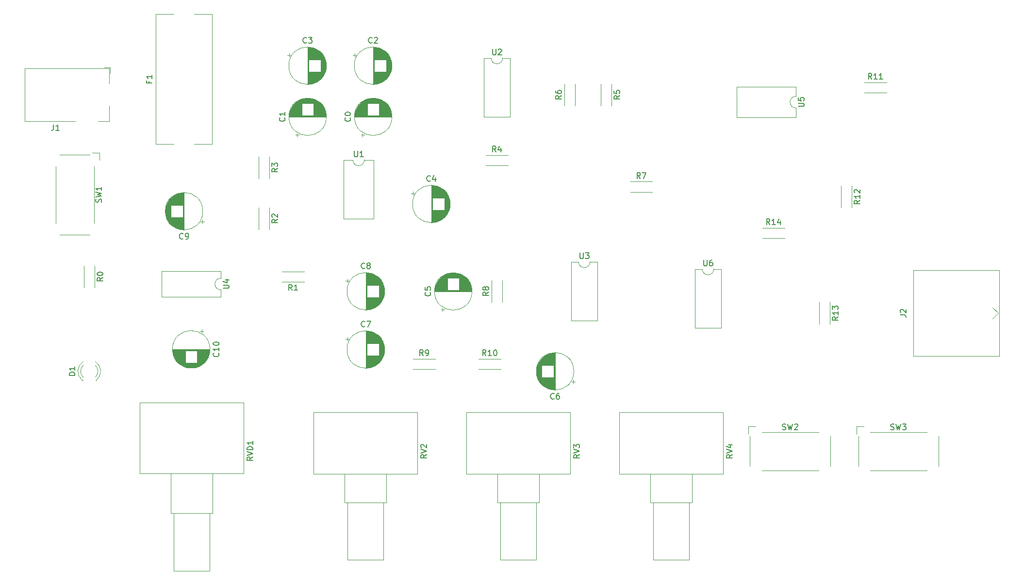
<source format=gbr>
G04 #@! TF.GenerationSoftware,KiCad,Pcbnew,(5.1.5)-3*
G04 #@! TF.CreationDate,2020-06-19T21:21:12-03:00*
G04 #@! TF.ProjectId,gerador_de_funcoes,67657261-646f-4725-9f64-655f66756e63,rev?*
G04 #@! TF.SameCoordinates,Original*
G04 #@! TF.FileFunction,Legend,Top*
G04 #@! TF.FilePolarity,Positive*
%FSLAX46Y46*%
G04 Gerber Fmt 4.6, Leading zero omitted, Abs format (unit mm)*
G04 Created by KiCad (PCBNEW (5.1.5)-3) date 2020-06-19 21:21:12*
%MOMM*%
%LPD*%
G04 APERTURE LIST*
%ADD10C,0.120000*%
%ADD11C,0.150000*%
G04 APERTURE END LIST*
D10*
X115030000Y-81300000D02*
G75*
G03X115030000Y-81300000I-3270000J0D01*
G01*
X108530000Y-81300000D02*
X114990000Y-81300000D01*
X108530000Y-81260000D02*
X114990000Y-81260000D01*
X108530000Y-81220000D02*
X114990000Y-81220000D01*
X108532000Y-81180000D02*
X114988000Y-81180000D01*
X108533000Y-81140000D02*
X114987000Y-81140000D01*
X108536000Y-81100000D02*
X114984000Y-81100000D01*
X108538000Y-81060000D02*
X110720000Y-81060000D01*
X112800000Y-81060000D02*
X114982000Y-81060000D01*
X108542000Y-81020000D02*
X110720000Y-81020000D01*
X112800000Y-81020000D02*
X114978000Y-81020000D01*
X108545000Y-80980000D02*
X110720000Y-80980000D01*
X112800000Y-80980000D02*
X114975000Y-80980000D01*
X108549000Y-80940000D02*
X110720000Y-80940000D01*
X112800000Y-80940000D02*
X114971000Y-80940000D01*
X108554000Y-80900000D02*
X110720000Y-80900000D01*
X112800000Y-80900000D02*
X114966000Y-80900000D01*
X108559000Y-80860000D02*
X110720000Y-80860000D01*
X112800000Y-80860000D02*
X114961000Y-80860000D01*
X108565000Y-80820000D02*
X110720000Y-80820000D01*
X112800000Y-80820000D02*
X114955000Y-80820000D01*
X108571000Y-80780000D02*
X110720000Y-80780000D01*
X112800000Y-80780000D02*
X114949000Y-80780000D01*
X108578000Y-80740000D02*
X110720000Y-80740000D01*
X112800000Y-80740000D02*
X114942000Y-80740000D01*
X108585000Y-80700000D02*
X110720000Y-80700000D01*
X112800000Y-80700000D02*
X114935000Y-80700000D01*
X108593000Y-80660000D02*
X110720000Y-80660000D01*
X112800000Y-80660000D02*
X114927000Y-80660000D01*
X108601000Y-80620000D02*
X110720000Y-80620000D01*
X112800000Y-80620000D02*
X114919000Y-80620000D01*
X108610000Y-80579000D02*
X110720000Y-80579000D01*
X112800000Y-80579000D02*
X114910000Y-80579000D01*
X108619000Y-80539000D02*
X110720000Y-80539000D01*
X112800000Y-80539000D02*
X114901000Y-80539000D01*
X108629000Y-80499000D02*
X110720000Y-80499000D01*
X112800000Y-80499000D02*
X114891000Y-80499000D01*
X108639000Y-80459000D02*
X110720000Y-80459000D01*
X112800000Y-80459000D02*
X114881000Y-80459000D01*
X108650000Y-80419000D02*
X110720000Y-80419000D01*
X112800000Y-80419000D02*
X114870000Y-80419000D01*
X108662000Y-80379000D02*
X110720000Y-80379000D01*
X112800000Y-80379000D02*
X114858000Y-80379000D01*
X108674000Y-80339000D02*
X110720000Y-80339000D01*
X112800000Y-80339000D02*
X114846000Y-80339000D01*
X108686000Y-80299000D02*
X110720000Y-80299000D01*
X112800000Y-80299000D02*
X114834000Y-80299000D01*
X108699000Y-80259000D02*
X110720000Y-80259000D01*
X112800000Y-80259000D02*
X114821000Y-80259000D01*
X108713000Y-80219000D02*
X110720000Y-80219000D01*
X112800000Y-80219000D02*
X114807000Y-80219000D01*
X108727000Y-80179000D02*
X110720000Y-80179000D01*
X112800000Y-80179000D02*
X114793000Y-80179000D01*
X108742000Y-80139000D02*
X110720000Y-80139000D01*
X112800000Y-80139000D02*
X114778000Y-80139000D01*
X108758000Y-80099000D02*
X110720000Y-80099000D01*
X112800000Y-80099000D02*
X114762000Y-80099000D01*
X108774000Y-80059000D02*
X110720000Y-80059000D01*
X112800000Y-80059000D02*
X114746000Y-80059000D01*
X108790000Y-80019000D02*
X110720000Y-80019000D01*
X112800000Y-80019000D02*
X114730000Y-80019000D01*
X108808000Y-79979000D02*
X110720000Y-79979000D01*
X112800000Y-79979000D02*
X114712000Y-79979000D01*
X108826000Y-79939000D02*
X110720000Y-79939000D01*
X112800000Y-79939000D02*
X114694000Y-79939000D01*
X108844000Y-79899000D02*
X110720000Y-79899000D01*
X112800000Y-79899000D02*
X114676000Y-79899000D01*
X108864000Y-79859000D02*
X110720000Y-79859000D01*
X112800000Y-79859000D02*
X114656000Y-79859000D01*
X108884000Y-79819000D02*
X110720000Y-79819000D01*
X112800000Y-79819000D02*
X114636000Y-79819000D01*
X108904000Y-79779000D02*
X110720000Y-79779000D01*
X112800000Y-79779000D02*
X114616000Y-79779000D01*
X108926000Y-79739000D02*
X110720000Y-79739000D01*
X112800000Y-79739000D02*
X114594000Y-79739000D01*
X108948000Y-79699000D02*
X110720000Y-79699000D01*
X112800000Y-79699000D02*
X114572000Y-79699000D01*
X108970000Y-79659000D02*
X110720000Y-79659000D01*
X112800000Y-79659000D02*
X114550000Y-79659000D01*
X108994000Y-79619000D02*
X110720000Y-79619000D01*
X112800000Y-79619000D02*
X114526000Y-79619000D01*
X109018000Y-79579000D02*
X110720000Y-79579000D01*
X112800000Y-79579000D02*
X114502000Y-79579000D01*
X109044000Y-79539000D02*
X110720000Y-79539000D01*
X112800000Y-79539000D02*
X114476000Y-79539000D01*
X109070000Y-79499000D02*
X110720000Y-79499000D01*
X112800000Y-79499000D02*
X114450000Y-79499000D01*
X109096000Y-79459000D02*
X110720000Y-79459000D01*
X112800000Y-79459000D02*
X114424000Y-79459000D01*
X109124000Y-79419000D02*
X110720000Y-79419000D01*
X112800000Y-79419000D02*
X114396000Y-79419000D01*
X109153000Y-79379000D02*
X110720000Y-79379000D01*
X112800000Y-79379000D02*
X114367000Y-79379000D01*
X109182000Y-79339000D02*
X110720000Y-79339000D01*
X112800000Y-79339000D02*
X114338000Y-79339000D01*
X109212000Y-79299000D02*
X110720000Y-79299000D01*
X112800000Y-79299000D02*
X114308000Y-79299000D01*
X109244000Y-79259000D02*
X110720000Y-79259000D01*
X112800000Y-79259000D02*
X114276000Y-79259000D01*
X109276000Y-79219000D02*
X110720000Y-79219000D01*
X112800000Y-79219000D02*
X114244000Y-79219000D01*
X109310000Y-79179000D02*
X110720000Y-79179000D01*
X112800000Y-79179000D02*
X114210000Y-79179000D01*
X109344000Y-79139000D02*
X110720000Y-79139000D01*
X112800000Y-79139000D02*
X114176000Y-79139000D01*
X109380000Y-79099000D02*
X110720000Y-79099000D01*
X112800000Y-79099000D02*
X114140000Y-79099000D01*
X109417000Y-79059000D02*
X110720000Y-79059000D01*
X112800000Y-79059000D02*
X114103000Y-79059000D01*
X109455000Y-79019000D02*
X110720000Y-79019000D01*
X112800000Y-79019000D02*
X114065000Y-79019000D01*
X109495000Y-78979000D02*
X114025000Y-78979000D01*
X109536000Y-78939000D02*
X113984000Y-78939000D01*
X109578000Y-78899000D02*
X113942000Y-78899000D01*
X109623000Y-78859000D02*
X113897000Y-78859000D01*
X109668000Y-78819000D02*
X113852000Y-78819000D01*
X109716000Y-78779000D02*
X113804000Y-78779000D01*
X109765000Y-78739000D02*
X113755000Y-78739000D01*
X109816000Y-78699000D02*
X113704000Y-78699000D01*
X109870000Y-78659000D02*
X113650000Y-78659000D01*
X109926000Y-78619000D02*
X113594000Y-78619000D01*
X109984000Y-78579000D02*
X113536000Y-78579000D01*
X110046000Y-78539000D02*
X113474000Y-78539000D01*
X110110000Y-78499000D02*
X113410000Y-78499000D01*
X110179000Y-78459000D02*
X113341000Y-78459000D01*
X110251000Y-78419000D02*
X113269000Y-78419000D01*
X110328000Y-78379000D02*
X113192000Y-78379000D01*
X110410000Y-78339000D02*
X113110000Y-78339000D01*
X110498000Y-78299000D02*
X113022000Y-78299000D01*
X110595000Y-78259000D02*
X112925000Y-78259000D01*
X110701000Y-78219000D02*
X112819000Y-78219000D01*
X110820000Y-78179000D02*
X112700000Y-78179000D01*
X110958000Y-78139000D02*
X112562000Y-78139000D01*
X111127000Y-78099000D02*
X112393000Y-78099000D01*
X111358000Y-78059000D02*
X112162000Y-78059000D01*
X109921000Y-84800241D02*
X109921000Y-84170241D01*
X109606000Y-84485241D02*
X110236000Y-84485241D01*
X98176000Y-84485241D02*
X98806000Y-84485241D01*
X98491000Y-84800241D02*
X98491000Y-84170241D01*
X99928000Y-78059000D02*
X100732000Y-78059000D01*
X99697000Y-78099000D02*
X100963000Y-78099000D01*
X99528000Y-78139000D02*
X101132000Y-78139000D01*
X99390000Y-78179000D02*
X101270000Y-78179000D01*
X99271000Y-78219000D02*
X101389000Y-78219000D01*
X99165000Y-78259000D02*
X101495000Y-78259000D01*
X99068000Y-78299000D02*
X101592000Y-78299000D01*
X98980000Y-78339000D02*
X101680000Y-78339000D01*
X98898000Y-78379000D02*
X101762000Y-78379000D01*
X98821000Y-78419000D02*
X101839000Y-78419000D01*
X98749000Y-78459000D02*
X101911000Y-78459000D01*
X98680000Y-78499000D02*
X101980000Y-78499000D01*
X98616000Y-78539000D02*
X102044000Y-78539000D01*
X98554000Y-78579000D02*
X102106000Y-78579000D01*
X98496000Y-78619000D02*
X102164000Y-78619000D01*
X98440000Y-78659000D02*
X102220000Y-78659000D01*
X98386000Y-78699000D02*
X102274000Y-78699000D01*
X98335000Y-78739000D02*
X102325000Y-78739000D01*
X98286000Y-78779000D02*
X102374000Y-78779000D01*
X98238000Y-78819000D02*
X102422000Y-78819000D01*
X98193000Y-78859000D02*
X102467000Y-78859000D01*
X98148000Y-78899000D02*
X102512000Y-78899000D01*
X98106000Y-78939000D02*
X102554000Y-78939000D01*
X98065000Y-78979000D02*
X102595000Y-78979000D01*
X101370000Y-79019000D02*
X102635000Y-79019000D01*
X98025000Y-79019000D02*
X99290000Y-79019000D01*
X101370000Y-79059000D02*
X102673000Y-79059000D01*
X97987000Y-79059000D02*
X99290000Y-79059000D01*
X101370000Y-79099000D02*
X102710000Y-79099000D01*
X97950000Y-79099000D02*
X99290000Y-79099000D01*
X101370000Y-79139000D02*
X102746000Y-79139000D01*
X97914000Y-79139000D02*
X99290000Y-79139000D01*
X101370000Y-79179000D02*
X102780000Y-79179000D01*
X97880000Y-79179000D02*
X99290000Y-79179000D01*
X101370000Y-79219000D02*
X102814000Y-79219000D01*
X97846000Y-79219000D02*
X99290000Y-79219000D01*
X101370000Y-79259000D02*
X102846000Y-79259000D01*
X97814000Y-79259000D02*
X99290000Y-79259000D01*
X101370000Y-79299000D02*
X102878000Y-79299000D01*
X97782000Y-79299000D02*
X99290000Y-79299000D01*
X101370000Y-79339000D02*
X102908000Y-79339000D01*
X97752000Y-79339000D02*
X99290000Y-79339000D01*
X101370000Y-79379000D02*
X102937000Y-79379000D01*
X97723000Y-79379000D02*
X99290000Y-79379000D01*
X101370000Y-79419000D02*
X102966000Y-79419000D01*
X97694000Y-79419000D02*
X99290000Y-79419000D01*
X101370000Y-79459000D02*
X102994000Y-79459000D01*
X97666000Y-79459000D02*
X99290000Y-79459000D01*
X101370000Y-79499000D02*
X103020000Y-79499000D01*
X97640000Y-79499000D02*
X99290000Y-79499000D01*
X101370000Y-79539000D02*
X103046000Y-79539000D01*
X97614000Y-79539000D02*
X99290000Y-79539000D01*
X101370000Y-79579000D02*
X103072000Y-79579000D01*
X97588000Y-79579000D02*
X99290000Y-79579000D01*
X101370000Y-79619000D02*
X103096000Y-79619000D01*
X97564000Y-79619000D02*
X99290000Y-79619000D01*
X101370000Y-79659000D02*
X103120000Y-79659000D01*
X97540000Y-79659000D02*
X99290000Y-79659000D01*
X101370000Y-79699000D02*
X103142000Y-79699000D01*
X97518000Y-79699000D02*
X99290000Y-79699000D01*
X101370000Y-79739000D02*
X103164000Y-79739000D01*
X97496000Y-79739000D02*
X99290000Y-79739000D01*
X101370000Y-79779000D02*
X103186000Y-79779000D01*
X97474000Y-79779000D02*
X99290000Y-79779000D01*
X101370000Y-79819000D02*
X103206000Y-79819000D01*
X97454000Y-79819000D02*
X99290000Y-79819000D01*
X101370000Y-79859000D02*
X103226000Y-79859000D01*
X97434000Y-79859000D02*
X99290000Y-79859000D01*
X101370000Y-79899000D02*
X103246000Y-79899000D01*
X97414000Y-79899000D02*
X99290000Y-79899000D01*
X101370000Y-79939000D02*
X103264000Y-79939000D01*
X97396000Y-79939000D02*
X99290000Y-79939000D01*
X101370000Y-79979000D02*
X103282000Y-79979000D01*
X97378000Y-79979000D02*
X99290000Y-79979000D01*
X101370000Y-80019000D02*
X103300000Y-80019000D01*
X97360000Y-80019000D02*
X99290000Y-80019000D01*
X101370000Y-80059000D02*
X103316000Y-80059000D01*
X97344000Y-80059000D02*
X99290000Y-80059000D01*
X101370000Y-80099000D02*
X103332000Y-80099000D01*
X97328000Y-80099000D02*
X99290000Y-80099000D01*
X101370000Y-80139000D02*
X103348000Y-80139000D01*
X97312000Y-80139000D02*
X99290000Y-80139000D01*
X101370000Y-80179000D02*
X103363000Y-80179000D01*
X97297000Y-80179000D02*
X99290000Y-80179000D01*
X101370000Y-80219000D02*
X103377000Y-80219000D01*
X97283000Y-80219000D02*
X99290000Y-80219000D01*
X101370000Y-80259000D02*
X103391000Y-80259000D01*
X97269000Y-80259000D02*
X99290000Y-80259000D01*
X101370000Y-80299000D02*
X103404000Y-80299000D01*
X97256000Y-80299000D02*
X99290000Y-80299000D01*
X101370000Y-80339000D02*
X103416000Y-80339000D01*
X97244000Y-80339000D02*
X99290000Y-80339000D01*
X101370000Y-80379000D02*
X103428000Y-80379000D01*
X97232000Y-80379000D02*
X99290000Y-80379000D01*
X101370000Y-80419000D02*
X103440000Y-80419000D01*
X97220000Y-80419000D02*
X99290000Y-80419000D01*
X101370000Y-80459000D02*
X103451000Y-80459000D01*
X97209000Y-80459000D02*
X99290000Y-80459000D01*
X101370000Y-80499000D02*
X103461000Y-80499000D01*
X97199000Y-80499000D02*
X99290000Y-80499000D01*
X101370000Y-80539000D02*
X103471000Y-80539000D01*
X97189000Y-80539000D02*
X99290000Y-80539000D01*
X101370000Y-80579000D02*
X103480000Y-80579000D01*
X97180000Y-80579000D02*
X99290000Y-80579000D01*
X101370000Y-80620000D02*
X103489000Y-80620000D01*
X97171000Y-80620000D02*
X99290000Y-80620000D01*
X101370000Y-80660000D02*
X103497000Y-80660000D01*
X97163000Y-80660000D02*
X99290000Y-80660000D01*
X101370000Y-80700000D02*
X103505000Y-80700000D01*
X97155000Y-80700000D02*
X99290000Y-80700000D01*
X101370000Y-80740000D02*
X103512000Y-80740000D01*
X97148000Y-80740000D02*
X99290000Y-80740000D01*
X101370000Y-80780000D02*
X103519000Y-80780000D01*
X97141000Y-80780000D02*
X99290000Y-80780000D01*
X101370000Y-80820000D02*
X103525000Y-80820000D01*
X97135000Y-80820000D02*
X99290000Y-80820000D01*
X101370000Y-80860000D02*
X103531000Y-80860000D01*
X97129000Y-80860000D02*
X99290000Y-80860000D01*
X101370000Y-80900000D02*
X103536000Y-80900000D01*
X97124000Y-80900000D02*
X99290000Y-80900000D01*
X101370000Y-80940000D02*
X103541000Y-80940000D01*
X97119000Y-80940000D02*
X99290000Y-80940000D01*
X101370000Y-80980000D02*
X103545000Y-80980000D01*
X97115000Y-80980000D02*
X99290000Y-80980000D01*
X101370000Y-81020000D02*
X103548000Y-81020000D01*
X97112000Y-81020000D02*
X99290000Y-81020000D01*
X101370000Y-81060000D02*
X103552000Y-81060000D01*
X97108000Y-81060000D02*
X99290000Y-81060000D01*
X97106000Y-81100000D02*
X103554000Y-81100000D01*
X97103000Y-81140000D02*
X103557000Y-81140000D01*
X97102000Y-81180000D02*
X103558000Y-81180000D01*
X97100000Y-81220000D02*
X103560000Y-81220000D01*
X97100000Y-81260000D02*
X103560000Y-81260000D01*
X97100000Y-81300000D02*
X103560000Y-81300000D01*
X103600000Y-81300000D02*
G75*
G03X103600000Y-81300000I-3270000J0D01*
G01*
X108554759Y-70236000D02*
X108554759Y-70866000D01*
X108239759Y-70551000D02*
X108869759Y-70551000D01*
X114981000Y-71988000D02*
X114981000Y-72792000D01*
X114941000Y-71757000D02*
X114941000Y-73023000D01*
X114901000Y-71588000D02*
X114901000Y-73192000D01*
X114861000Y-71450000D02*
X114861000Y-73330000D01*
X114821000Y-71331000D02*
X114821000Y-73449000D01*
X114781000Y-71225000D02*
X114781000Y-73555000D01*
X114741000Y-71128000D02*
X114741000Y-73652000D01*
X114701000Y-71040000D02*
X114701000Y-73740000D01*
X114661000Y-70958000D02*
X114661000Y-73822000D01*
X114621000Y-70881000D02*
X114621000Y-73899000D01*
X114581000Y-70809000D02*
X114581000Y-73971000D01*
X114541000Y-70740000D02*
X114541000Y-74040000D01*
X114501000Y-70676000D02*
X114501000Y-74104000D01*
X114461000Y-70614000D02*
X114461000Y-74166000D01*
X114421000Y-70556000D02*
X114421000Y-74224000D01*
X114381000Y-70500000D02*
X114381000Y-74280000D01*
X114341000Y-70446000D02*
X114341000Y-74334000D01*
X114301000Y-70395000D02*
X114301000Y-74385000D01*
X114261000Y-70346000D02*
X114261000Y-74434000D01*
X114221000Y-70298000D02*
X114221000Y-74482000D01*
X114181000Y-70253000D02*
X114181000Y-74527000D01*
X114141000Y-70208000D02*
X114141000Y-74572000D01*
X114101000Y-70166000D02*
X114101000Y-74614000D01*
X114061000Y-70125000D02*
X114061000Y-74655000D01*
X114021000Y-73430000D02*
X114021000Y-74695000D01*
X114021000Y-70085000D02*
X114021000Y-71350000D01*
X113981000Y-73430000D02*
X113981000Y-74733000D01*
X113981000Y-70047000D02*
X113981000Y-71350000D01*
X113941000Y-73430000D02*
X113941000Y-74770000D01*
X113941000Y-70010000D02*
X113941000Y-71350000D01*
X113901000Y-73430000D02*
X113901000Y-74806000D01*
X113901000Y-69974000D02*
X113901000Y-71350000D01*
X113861000Y-73430000D02*
X113861000Y-74840000D01*
X113861000Y-69940000D02*
X113861000Y-71350000D01*
X113821000Y-73430000D02*
X113821000Y-74874000D01*
X113821000Y-69906000D02*
X113821000Y-71350000D01*
X113781000Y-73430000D02*
X113781000Y-74906000D01*
X113781000Y-69874000D02*
X113781000Y-71350000D01*
X113741000Y-73430000D02*
X113741000Y-74938000D01*
X113741000Y-69842000D02*
X113741000Y-71350000D01*
X113701000Y-73430000D02*
X113701000Y-74968000D01*
X113701000Y-69812000D02*
X113701000Y-71350000D01*
X113661000Y-73430000D02*
X113661000Y-74997000D01*
X113661000Y-69783000D02*
X113661000Y-71350000D01*
X113621000Y-73430000D02*
X113621000Y-75026000D01*
X113621000Y-69754000D02*
X113621000Y-71350000D01*
X113581000Y-73430000D02*
X113581000Y-75054000D01*
X113581000Y-69726000D02*
X113581000Y-71350000D01*
X113541000Y-73430000D02*
X113541000Y-75080000D01*
X113541000Y-69700000D02*
X113541000Y-71350000D01*
X113501000Y-73430000D02*
X113501000Y-75106000D01*
X113501000Y-69674000D02*
X113501000Y-71350000D01*
X113461000Y-73430000D02*
X113461000Y-75132000D01*
X113461000Y-69648000D02*
X113461000Y-71350000D01*
X113421000Y-73430000D02*
X113421000Y-75156000D01*
X113421000Y-69624000D02*
X113421000Y-71350000D01*
X113381000Y-73430000D02*
X113381000Y-75180000D01*
X113381000Y-69600000D02*
X113381000Y-71350000D01*
X113341000Y-73430000D02*
X113341000Y-75202000D01*
X113341000Y-69578000D02*
X113341000Y-71350000D01*
X113301000Y-73430000D02*
X113301000Y-75224000D01*
X113301000Y-69556000D02*
X113301000Y-71350000D01*
X113261000Y-73430000D02*
X113261000Y-75246000D01*
X113261000Y-69534000D02*
X113261000Y-71350000D01*
X113221000Y-73430000D02*
X113221000Y-75266000D01*
X113221000Y-69514000D02*
X113221000Y-71350000D01*
X113181000Y-73430000D02*
X113181000Y-75286000D01*
X113181000Y-69494000D02*
X113181000Y-71350000D01*
X113141000Y-73430000D02*
X113141000Y-75306000D01*
X113141000Y-69474000D02*
X113141000Y-71350000D01*
X113101000Y-73430000D02*
X113101000Y-75324000D01*
X113101000Y-69456000D02*
X113101000Y-71350000D01*
X113061000Y-73430000D02*
X113061000Y-75342000D01*
X113061000Y-69438000D02*
X113061000Y-71350000D01*
X113021000Y-73430000D02*
X113021000Y-75360000D01*
X113021000Y-69420000D02*
X113021000Y-71350000D01*
X112981000Y-73430000D02*
X112981000Y-75376000D01*
X112981000Y-69404000D02*
X112981000Y-71350000D01*
X112941000Y-73430000D02*
X112941000Y-75392000D01*
X112941000Y-69388000D02*
X112941000Y-71350000D01*
X112901000Y-73430000D02*
X112901000Y-75408000D01*
X112901000Y-69372000D02*
X112901000Y-71350000D01*
X112861000Y-73430000D02*
X112861000Y-75423000D01*
X112861000Y-69357000D02*
X112861000Y-71350000D01*
X112821000Y-73430000D02*
X112821000Y-75437000D01*
X112821000Y-69343000D02*
X112821000Y-71350000D01*
X112781000Y-73430000D02*
X112781000Y-75451000D01*
X112781000Y-69329000D02*
X112781000Y-71350000D01*
X112741000Y-73430000D02*
X112741000Y-75464000D01*
X112741000Y-69316000D02*
X112741000Y-71350000D01*
X112701000Y-73430000D02*
X112701000Y-75476000D01*
X112701000Y-69304000D02*
X112701000Y-71350000D01*
X112661000Y-73430000D02*
X112661000Y-75488000D01*
X112661000Y-69292000D02*
X112661000Y-71350000D01*
X112621000Y-73430000D02*
X112621000Y-75500000D01*
X112621000Y-69280000D02*
X112621000Y-71350000D01*
X112581000Y-73430000D02*
X112581000Y-75511000D01*
X112581000Y-69269000D02*
X112581000Y-71350000D01*
X112541000Y-73430000D02*
X112541000Y-75521000D01*
X112541000Y-69259000D02*
X112541000Y-71350000D01*
X112501000Y-73430000D02*
X112501000Y-75531000D01*
X112501000Y-69249000D02*
X112501000Y-71350000D01*
X112461000Y-73430000D02*
X112461000Y-75540000D01*
X112461000Y-69240000D02*
X112461000Y-71350000D01*
X112420000Y-73430000D02*
X112420000Y-75549000D01*
X112420000Y-69231000D02*
X112420000Y-71350000D01*
X112380000Y-73430000D02*
X112380000Y-75557000D01*
X112380000Y-69223000D02*
X112380000Y-71350000D01*
X112340000Y-73430000D02*
X112340000Y-75565000D01*
X112340000Y-69215000D02*
X112340000Y-71350000D01*
X112300000Y-73430000D02*
X112300000Y-75572000D01*
X112300000Y-69208000D02*
X112300000Y-71350000D01*
X112260000Y-73430000D02*
X112260000Y-75579000D01*
X112260000Y-69201000D02*
X112260000Y-71350000D01*
X112220000Y-73430000D02*
X112220000Y-75585000D01*
X112220000Y-69195000D02*
X112220000Y-71350000D01*
X112180000Y-73430000D02*
X112180000Y-75591000D01*
X112180000Y-69189000D02*
X112180000Y-71350000D01*
X112140000Y-73430000D02*
X112140000Y-75596000D01*
X112140000Y-69184000D02*
X112140000Y-71350000D01*
X112100000Y-73430000D02*
X112100000Y-75601000D01*
X112100000Y-69179000D02*
X112100000Y-71350000D01*
X112060000Y-73430000D02*
X112060000Y-75605000D01*
X112060000Y-69175000D02*
X112060000Y-71350000D01*
X112020000Y-73430000D02*
X112020000Y-75608000D01*
X112020000Y-69172000D02*
X112020000Y-71350000D01*
X111980000Y-73430000D02*
X111980000Y-75612000D01*
X111980000Y-69168000D02*
X111980000Y-71350000D01*
X111940000Y-69166000D02*
X111940000Y-75614000D01*
X111900000Y-69163000D02*
X111900000Y-75617000D01*
X111860000Y-69162000D02*
X111860000Y-75618000D01*
X111820000Y-69160000D02*
X111820000Y-75620000D01*
X111780000Y-69160000D02*
X111780000Y-75620000D01*
X111740000Y-69160000D02*
X111740000Y-75620000D01*
X115010000Y-72390000D02*
G75*
G03X115010000Y-72390000I-3270000J0D01*
G01*
X103580000Y-72390000D02*
G75*
G03X103580000Y-72390000I-3270000J0D01*
G01*
X100310000Y-69160000D02*
X100310000Y-75620000D01*
X100350000Y-69160000D02*
X100350000Y-75620000D01*
X100390000Y-69160000D02*
X100390000Y-75620000D01*
X100430000Y-69162000D02*
X100430000Y-75618000D01*
X100470000Y-69163000D02*
X100470000Y-75617000D01*
X100510000Y-69166000D02*
X100510000Y-75614000D01*
X100550000Y-69168000D02*
X100550000Y-71350000D01*
X100550000Y-73430000D02*
X100550000Y-75612000D01*
X100590000Y-69172000D02*
X100590000Y-71350000D01*
X100590000Y-73430000D02*
X100590000Y-75608000D01*
X100630000Y-69175000D02*
X100630000Y-71350000D01*
X100630000Y-73430000D02*
X100630000Y-75605000D01*
X100670000Y-69179000D02*
X100670000Y-71350000D01*
X100670000Y-73430000D02*
X100670000Y-75601000D01*
X100710000Y-69184000D02*
X100710000Y-71350000D01*
X100710000Y-73430000D02*
X100710000Y-75596000D01*
X100750000Y-69189000D02*
X100750000Y-71350000D01*
X100750000Y-73430000D02*
X100750000Y-75591000D01*
X100790000Y-69195000D02*
X100790000Y-71350000D01*
X100790000Y-73430000D02*
X100790000Y-75585000D01*
X100830000Y-69201000D02*
X100830000Y-71350000D01*
X100830000Y-73430000D02*
X100830000Y-75579000D01*
X100870000Y-69208000D02*
X100870000Y-71350000D01*
X100870000Y-73430000D02*
X100870000Y-75572000D01*
X100910000Y-69215000D02*
X100910000Y-71350000D01*
X100910000Y-73430000D02*
X100910000Y-75565000D01*
X100950000Y-69223000D02*
X100950000Y-71350000D01*
X100950000Y-73430000D02*
X100950000Y-75557000D01*
X100990000Y-69231000D02*
X100990000Y-71350000D01*
X100990000Y-73430000D02*
X100990000Y-75549000D01*
X101031000Y-69240000D02*
X101031000Y-71350000D01*
X101031000Y-73430000D02*
X101031000Y-75540000D01*
X101071000Y-69249000D02*
X101071000Y-71350000D01*
X101071000Y-73430000D02*
X101071000Y-75531000D01*
X101111000Y-69259000D02*
X101111000Y-71350000D01*
X101111000Y-73430000D02*
X101111000Y-75521000D01*
X101151000Y-69269000D02*
X101151000Y-71350000D01*
X101151000Y-73430000D02*
X101151000Y-75511000D01*
X101191000Y-69280000D02*
X101191000Y-71350000D01*
X101191000Y-73430000D02*
X101191000Y-75500000D01*
X101231000Y-69292000D02*
X101231000Y-71350000D01*
X101231000Y-73430000D02*
X101231000Y-75488000D01*
X101271000Y-69304000D02*
X101271000Y-71350000D01*
X101271000Y-73430000D02*
X101271000Y-75476000D01*
X101311000Y-69316000D02*
X101311000Y-71350000D01*
X101311000Y-73430000D02*
X101311000Y-75464000D01*
X101351000Y-69329000D02*
X101351000Y-71350000D01*
X101351000Y-73430000D02*
X101351000Y-75451000D01*
X101391000Y-69343000D02*
X101391000Y-71350000D01*
X101391000Y-73430000D02*
X101391000Y-75437000D01*
X101431000Y-69357000D02*
X101431000Y-71350000D01*
X101431000Y-73430000D02*
X101431000Y-75423000D01*
X101471000Y-69372000D02*
X101471000Y-71350000D01*
X101471000Y-73430000D02*
X101471000Y-75408000D01*
X101511000Y-69388000D02*
X101511000Y-71350000D01*
X101511000Y-73430000D02*
X101511000Y-75392000D01*
X101551000Y-69404000D02*
X101551000Y-71350000D01*
X101551000Y-73430000D02*
X101551000Y-75376000D01*
X101591000Y-69420000D02*
X101591000Y-71350000D01*
X101591000Y-73430000D02*
X101591000Y-75360000D01*
X101631000Y-69438000D02*
X101631000Y-71350000D01*
X101631000Y-73430000D02*
X101631000Y-75342000D01*
X101671000Y-69456000D02*
X101671000Y-71350000D01*
X101671000Y-73430000D02*
X101671000Y-75324000D01*
X101711000Y-69474000D02*
X101711000Y-71350000D01*
X101711000Y-73430000D02*
X101711000Y-75306000D01*
X101751000Y-69494000D02*
X101751000Y-71350000D01*
X101751000Y-73430000D02*
X101751000Y-75286000D01*
X101791000Y-69514000D02*
X101791000Y-71350000D01*
X101791000Y-73430000D02*
X101791000Y-75266000D01*
X101831000Y-69534000D02*
X101831000Y-71350000D01*
X101831000Y-73430000D02*
X101831000Y-75246000D01*
X101871000Y-69556000D02*
X101871000Y-71350000D01*
X101871000Y-73430000D02*
X101871000Y-75224000D01*
X101911000Y-69578000D02*
X101911000Y-71350000D01*
X101911000Y-73430000D02*
X101911000Y-75202000D01*
X101951000Y-69600000D02*
X101951000Y-71350000D01*
X101951000Y-73430000D02*
X101951000Y-75180000D01*
X101991000Y-69624000D02*
X101991000Y-71350000D01*
X101991000Y-73430000D02*
X101991000Y-75156000D01*
X102031000Y-69648000D02*
X102031000Y-71350000D01*
X102031000Y-73430000D02*
X102031000Y-75132000D01*
X102071000Y-69674000D02*
X102071000Y-71350000D01*
X102071000Y-73430000D02*
X102071000Y-75106000D01*
X102111000Y-69700000D02*
X102111000Y-71350000D01*
X102111000Y-73430000D02*
X102111000Y-75080000D01*
X102151000Y-69726000D02*
X102151000Y-71350000D01*
X102151000Y-73430000D02*
X102151000Y-75054000D01*
X102191000Y-69754000D02*
X102191000Y-71350000D01*
X102191000Y-73430000D02*
X102191000Y-75026000D01*
X102231000Y-69783000D02*
X102231000Y-71350000D01*
X102231000Y-73430000D02*
X102231000Y-74997000D01*
X102271000Y-69812000D02*
X102271000Y-71350000D01*
X102271000Y-73430000D02*
X102271000Y-74968000D01*
X102311000Y-69842000D02*
X102311000Y-71350000D01*
X102311000Y-73430000D02*
X102311000Y-74938000D01*
X102351000Y-69874000D02*
X102351000Y-71350000D01*
X102351000Y-73430000D02*
X102351000Y-74906000D01*
X102391000Y-69906000D02*
X102391000Y-71350000D01*
X102391000Y-73430000D02*
X102391000Y-74874000D01*
X102431000Y-69940000D02*
X102431000Y-71350000D01*
X102431000Y-73430000D02*
X102431000Y-74840000D01*
X102471000Y-69974000D02*
X102471000Y-71350000D01*
X102471000Y-73430000D02*
X102471000Y-74806000D01*
X102511000Y-70010000D02*
X102511000Y-71350000D01*
X102511000Y-73430000D02*
X102511000Y-74770000D01*
X102551000Y-70047000D02*
X102551000Y-71350000D01*
X102551000Y-73430000D02*
X102551000Y-74733000D01*
X102591000Y-70085000D02*
X102591000Y-71350000D01*
X102591000Y-73430000D02*
X102591000Y-74695000D01*
X102631000Y-70125000D02*
X102631000Y-74655000D01*
X102671000Y-70166000D02*
X102671000Y-74614000D01*
X102711000Y-70208000D02*
X102711000Y-74572000D01*
X102751000Y-70253000D02*
X102751000Y-74527000D01*
X102791000Y-70298000D02*
X102791000Y-74482000D01*
X102831000Y-70346000D02*
X102831000Y-74434000D01*
X102871000Y-70395000D02*
X102871000Y-74385000D01*
X102911000Y-70446000D02*
X102911000Y-74334000D01*
X102951000Y-70500000D02*
X102951000Y-74280000D01*
X102991000Y-70556000D02*
X102991000Y-74224000D01*
X103031000Y-70614000D02*
X103031000Y-74166000D01*
X103071000Y-70676000D02*
X103071000Y-74104000D01*
X103111000Y-70740000D02*
X103111000Y-74040000D01*
X103151000Y-70809000D02*
X103151000Y-73971000D01*
X103191000Y-70881000D02*
X103191000Y-73899000D01*
X103231000Y-70958000D02*
X103231000Y-73822000D01*
X103271000Y-71040000D02*
X103271000Y-73740000D01*
X103311000Y-71128000D02*
X103311000Y-73652000D01*
X103351000Y-71225000D02*
X103351000Y-73555000D01*
X103391000Y-71331000D02*
X103391000Y-73449000D01*
X103431000Y-71450000D02*
X103431000Y-73330000D01*
X103471000Y-71588000D02*
X103471000Y-73192000D01*
X103511000Y-71757000D02*
X103511000Y-73023000D01*
X103551000Y-71988000D02*
X103551000Y-72792000D01*
X96809759Y-70551000D02*
X97439759Y-70551000D01*
X97124759Y-70236000D02*
X97124759Y-70866000D01*
X125170000Y-96520000D02*
G75*
G03X125170000Y-96520000I-3270000J0D01*
G01*
X121900000Y-93290000D02*
X121900000Y-99750000D01*
X121940000Y-93290000D02*
X121940000Y-99750000D01*
X121980000Y-93290000D02*
X121980000Y-99750000D01*
X122020000Y-93292000D02*
X122020000Y-99748000D01*
X122060000Y-93293000D02*
X122060000Y-99747000D01*
X122100000Y-93296000D02*
X122100000Y-99744000D01*
X122140000Y-93298000D02*
X122140000Y-95480000D01*
X122140000Y-97560000D02*
X122140000Y-99742000D01*
X122180000Y-93302000D02*
X122180000Y-95480000D01*
X122180000Y-97560000D02*
X122180000Y-99738000D01*
X122220000Y-93305000D02*
X122220000Y-95480000D01*
X122220000Y-97560000D02*
X122220000Y-99735000D01*
X122260000Y-93309000D02*
X122260000Y-95480000D01*
X122260000Y-97560000D02*
X122260000Y-99731000D01*
X122300000Y-93314000D02*
X122300000Y-95480000D01*
X122300000Y-97560000D02*
X122300000Y-99726000D01*
X122340000Y-93319000D02*
X122340000Y-95480000D01*
X122340000Y-97560000D02*
X122340000Y-99721000D01*
X122380000Y-93325000D02*
X122380000Y-95480000D01*
X122380000Y-97560000D02*
X122380000Y-99715000D01*
X122420000Y-93331000D02*
X122420000Y-95480000D01*
X122420000Y-97560000D02*
X122420000Y-99709000D01*
X122460000Y-93338000D02*
X122460000Y-95480000D01*
X122460000Y-97560000D02*
X122460000Y-99702000D01*
X122500000Y-93345000D02*
X122500000Y-95480000D01*
X122500000Y-97560000D02*
X122500000Y-99695000D01*
X122540000Y-93353000D02*
X122540000Y-95480000D01*
X122540000Y-97560000D02*
X122540000Y-99687000D01*
X122580000Y-93361000D02*
X122580000Y-95480000D01*
X122580000Y-97560000D02*
X122580000Y-99679000D01*
X122621000Y-93370000D02*
X122621000Y-95480000D01*
X122621000Y-97560000D02*
X122621000Y-99670000D01*
X122661000Y-93379000D02*
X122661000Y-95480000D01*
X122661000Y-97560000D02*
X122661000Y-99661000D01*
X122701000Y-93389000D02*
X122701000Y-95480000D01*
X122701000Y-97560000D02*
X122701000Y-99651000D01*
X122741000Y-93399000D02*
X122741000Y-95480000D01*
X122741000Y-97560000D02*
X122741000Y-99641000D01*
X122781000Y-93410000D02*
X122781000Y-95480000D01*
X122781000Y-97560000D02*
X122781000Y-99630000D01*
X122821000Y-93422000D02*
X122821000Y-95480000D01*
X122821000Y-97560000D02*
X122821000Y-99618000D01*
X122861000Y-93434000D02*
X122861000Y-95480000D01*
X122861000Y-97560000D02*
X122861000Y-99606000D01*
X122901000Y-93446000D02*
X122901000Y-95480000D01*
X122901000Y-97560000D02*
X122901000Y-99594000D01*
X122941000Y-93459000D02*
X122941000Y-95480000D01*
X122941000Y-97560000D02*
X122941000Y-99581000D01*
X122981000Y-93473000D02*
X122981000Y-95480000D01*
X122981000Y-97560000D02*
X122981000Y-99567000D01*
X123021000Y-93487000D02*
X123021000Y-95480000D01*
X123021000Y-97560000D02*
X123021000Y-99553000D01*
X123061000Y-93502000D02*
X123061000Y-95480000D01*
X123061000Y-97560000D02*
X123061000Y-99538000D01*
X123101000Y-93518000D02*
X123101000Y-95480000D01*
X123101000Y-97560000D02*
X123101000Y-99522000D01*
X123141000Y-93534000D02*
X123141000Y-95480000D01*
X123141000Y-97560000D02*
X123141000Y-99506000D01*
X123181000Y-93550000D02*
X123181000Y-95480000D01*
X123181000Y-97560000D02*
X123181000Y-99490000D01*
X123221000Y-93568000D02*
X123221000Y-95480000D01*
X123221000Y-97560000D02*
X123221000Y-99472000D01*
X123261000Y-93586000D02*
X123261000Y-95480000D01*
X123261000Y-97560000D02*
X123261000Y-99454000D01*
X123301000Y-93604000D02*
X123301000Y-95480000D01*
X123301000Y-97560000D02*
X123301000Y-99436000D01*
X123341000Y-93624000D02*
X123341000Y-95480000D01*
X123341000Y-97560000D02*
X123341000Y-99416000D01*
X123381000Y-93644000D02*
X123381000Y-95480000D01*
X123381000Y-97560000D02*
X123381000Y-99396000D01*
X123421000Y-93664000D02*
X123421000Y-95480000D01*
X123421000Y-97560000D02*
X123421000Y-99376000D01*
X123461000Y-93686000D02*
X123461000Y-95480000D01*
X123461000Y-97560000D02*
X123461000Y-99354000D01*
X123501000Y-93708000D02*
X123501000Y-95480000D01*
X123501000Y-97560000D02*
X123501000Y-99332000D01*
X123541000Y-93730000D02*
X123541000Y-95480000D01*
X123541000Y-97560000D02*
X123541000Y-99310000D01*
X123581000Y-93754000D02*
X123581000Y-95480000D01*
X123581000Y-97560000D02*
X123581000Y-99286000D01*
X123621000Y-93778000D02*
X123621000Y-95480000D01*
X123621000Y-97560000D02*
X123621000Y-99262000D01*
X123661000Y-93804000D02*
X123661000Y-95480000D01*
X123661000Y-97560000D02*
X123661000Y-99236000D01*
X123701000Y-93830000D02*
X123701000Y-95480000D01*
X123701000Y-97560000D02*
X123701000Y-99210000D01*
X123741000Y-93856000D02*
X123741000Y-95480000D01*
X123741000Y-97560000D02*
X123741000Y-99184000D01*
X123781000Y-93884000D02*
X123781000Y-95480000D01*
X123781000Y-97560000D02*
X123781000Y-99156000D01*
X123821000Y-93913000D02*
X123821000Y-95480000D01*
X123821000Y-97560000D02*
X123821000Y-99127000D01*
X123861000Y-93942000D02*
X123861000Y-95480000D01*
X123861000Y-97560000D02*
X123861000Y-99098000D01*
X123901000Y-93972000D02*
X123901000Y-95480000D01*
X123901000Y-97560000D02*
X123901000Y-99068000D01*
X123941000Y-94004000D02*
X123941000Y-95480000D01*
X123941000Y-97560000D02*
X123941000Y-99036000D01*
X123981000Y-94036000D02*
X123981000Y-95480000D01*
X123981000Y-97560000D02*
X123981000Y-99004000D01*
X124021000Y-94070000D02*
X124021000Y-95480000D01*
X124021000Y-97560000D02*
X124021000Y-98970000D01*
X124061000Y-94104000D02*
X124061000Y-95480000D01*
X124061000Y-97560000D02*
X124061000Y-98936000D01*
X124101000Y-94140000D02*
X124101000Y-95480000D01*
X124101000Y-97560000D02*
X124101000Y-98900000D01*
X124141000Y-94177000D02*
X124141000Y-95480000D01*
X124141000Y-97560000D02*
X124141000Y-98863000D01*
X124181000Y-94215000D02*
X124181000Y-95480000D01*
X124181000Y-97560000D02*
X124181000Y-98825000D01*
X124221000Y-94255000D02*
X124221000Y-98785000D01*
X124261000Y-94296000D02*
X124261000Y-98744000D01*
X124301000Y-94338000D02*
X124301000Y-98702000D01*
X124341000Y-94383000D02*
X124341000Y-98657000D01*
X124381000Y-94428000D02*
X124381000Y-98612000D01*
X124421000Y-94476000D02*
X124421000Y-98564000D01*
X124461000Y-94525000D02*
X124461000Y-98515000D01*
X124501000Y-94576000D02*
X124501000Y-98464000D01*
X124541000Y-94630000D02*
X124541000Y-98410000D01*
X124581000Y-94686000D02*
X124581000Y-98354000D01*
X124621000Y-94744000D02*
X124621000Y-98296000D01*
X124661000Y-94806000D02*
X124661000Y-98234000D01*
X124701000Y-94870000D02*
X124701000Y-98170000D01*
X124741000Y-94939000D02*
X124741000Y-98101000D01*
X124781000Y-95011000D02*
X124781000Y-98029000D01*
X124821000Y-95088000D02*
X124821000Y-97952000D01*
X124861000Y-95170000D02*
X124861000Y-97870000D01*
X124901000Y-95258000D02*
X124901000Y-97782000D01*
X124941000Y-95355000D02*
X124941000Y-97685000D01*
X124981000Y-95461000D02*
X124981000Y-97579000D01*
X125021000Y-95580000D02*
X125021000Y-97460000D01*
X125061000Y-95718000D02*
X125061000Y-97322000D01*
X125101000Y-95887000D02*
X125101000Y-97153000D01*
X125141000Y-96118000D02*
X125141000Y-96922000D01*
X118399759Y-94681000D02*
X119029759Y-94681000D01*
X118714759Y-94366000D02*
X118714759Y-94996000D01*
X123576000Y-114965241D02*
X124206000Y-114965241D01*
X123891000Y-115280241D02*
X123891000Y-114650241D01*
X125328000Y-108539000D02*
X126132000Y-108539000D01*
X125097000Y-108579000D02*
X126363000Y-108579000D01*
X124928000Y-108619000D02*
X126532000Y-108619000D01*
X124790000Y-108659000D02*
X126670000Y-108659000D01*
X124671000Y-108699000D02*
X126789000Y-108699000D01*
X124565000Y-108739000D02*
X126895000Y-108739000D01*
X124468000Y-108779000D02*
X126992000Y-108779000D01*
X124380000Y-108819000D02*
X127080000Y-108819000D01*
X124298000Y-108859000D02*
X127162000Y-108859000D01*
X124221000Y-108899000D02*
X127239000Y-108899000D01*
X124149000Y-108939000D02*
X127311000Y-108939000D01*
X124080000Y-108979000D02*
X127380000Y-108979000D01*
X124016000Y-109019000D02*
X127444000Y-109019000D01*
X123954000Y-109059000D02*
X127506000Y-109059000D01*
X123896000Y-109099000D02*
X127564000Y-109099000D01*
X123840000Y-109139000D02*
X127620000Y-109139000D01*
X123786000Y-109179000D02*
X127674000Y-109179000D01*
X123735000Y-109219000D02*
X127725000Y-109219000D01*
X123686000Y-109259000D02*
X127774000Y-109259000D01*
X123638000Y-109299000D02*
X127822000Y-109299000D01*
X123593000Y-109339000D02*
X127867000Y-109339000D01*
X123548000Y-109379000D02*
X127912000Y-109379000D01*
X123506000Y-109419000D02*
X127954000Y-109419000D01*
X123465000Y-109459000D02*
X127995000Y-109459000D01*
X126770000Y-109499000D02*
X128035000Y-109499000D01*
X123425000Y-109499000D02*
X124690000Y-109499000D01*
X126770000Y-109539000D02*
X128073000Y-109539000D01*
X123387000Y-109539000D02*
X124690000Y-109539000D01*
X126770000Y-109579000D02*
X128110000Y-109579000D01*
X123350000Y-109579000D02*
X124690000Y-109579000D01*
X126770000Y-109619000D02*
X128146000Y-109619000D01*
X123314000Y-109619000D02*
X124690000Y-109619000D01*
X126770000Y-109659000D02*
X128180000Y-109659000D01*
X123280000Y-109659000D02*
X124690000Y-109659000D01*
X126770000Y-109699000D02*
X128214000Y-109699000D01*
X123246000Y-109699000D02*
X124690000Y-109699000D01*
X126770000Y-109739000D02*
X128246000Y-109739000D01*
X123214000Y-109739000D02*
X124690000Y-109739000D01*
X126770000Y-109779000D02*
X128278000Y-109779000D01*
X123182000Y-109779000D02*
X124690000Y-109779000D01*
X126770000Y-109819000D02*
X128308000Y-109819000D01*
X123152000Y-109819000D02*
X124690000Y-109819000D01*
X126770000Y-109859000D02*
X128337000Y-109859000D01*
X123123000Y-109859000D02*
X124690000Y-109859000D01*
X126770000Y-109899000D02*
X128366000Y-109899000D01*
X123094000Y-109899000D02*
X124690000Y-109899000D01*
X126770000Y-109939000D02*
X128394000Y-109939000D01*
X123066000Y-109939000D02*
X124690000Y-109939000D01*
X126770000Y-109979000D02*
X128420000Y-109979000D01*
X123040000Y-109979000D02*
X124690000Y-109979000D01*
X126770000Y-110019000D02*
X128446000Y-110019000D01*
X123014000Y-110019000D02*
X124690000Y-110019000D01*
X126770000Y-110059000D02*
X128472000Y-110059000D01*
X122988000Y-110059000D02*
X124690000Y-110059000D01*
X126770000Y-110099000D02*
X128496000Y-110099000D01*
X122964000Y-110099000D02*
X124690000Y-110099000D01*
X126770000Y-110139000D02*
X128520000Y-110139000D01*
X122940000Y-110139000D02*
X124690000Y-110139000D01*
X126770000Y-110179000D02*
X128542000Y-110179000D01*
X122918000Y-110179000D02*
X124690000Y-110179000D01*
X126770000Y-110219000D02*
X128564000Y-110219000D01*
X122896000Y-110219000D02*
X124690000Y-110219000D01*
X126770000Y-110259000D02*
X128586000Y-110259000D01*
X122874000Y-110259000D02*
X124690000Y-110259000D01*
X126770000Y-110299000D02*
X128606000Y-110299000D01*
X122854000Y-110299000D02*
X124690000Y-110299000D01*
X126770000Y-110339000D02*
X128626000Y-110339000D01*
X122834000Y-110339000D02*
X124690000Y-110339000D01*
X126770000Y-110379000D02*
X128646000Y-110379000D01*
X122814000Y-110379000D02*
X124690000Y-110379000D01*
X126770000Y-110419000D02*
X128664000Y-110419000D01*
X122796000Y-110419000D02*
X124690000Y-110419000D01*
X126770000Y-110459000D02*
X128682000Y-110459000D01*
X122778000Y-110459000D02*
X124690000Y-110459000D01*
X126770000Y-110499000D02*
X128700000Y-110499000D01*
X122760000Y-110499000D02*
X124690000Y-110499000D01*
X126770000Y-110539000D02*
X128716000Y-110539000D01*
X122744000Y-110539000D02*
X124690000Y-110539000D01*
X126770000Y-110579000D02*
X128732000Y-110579000D01*
X122728000Y-110579000D02*
X124690000Y-110579000D01*
X126770000Y-110619000D02*
X128748000Y-110619000D01*
X122712000Y-110619000D02*
X124690000Y-110619000D01*
X126770000Y-110659000D02*
X128763000Y-110659000D01*
X122697000Y-110659000D02*
X124690000Y-110659000D01*
X126770000Y-110699000D02*
X128777000Y-110699000D01*
X122683000Y-110699000D02*
X124690000Y-110699000D01*
X126770000Y-110739000D02*
X128791000Y-110739000D01*
X122669000Y-110739000D02*
X124690000Y-110739000D01*
X126770000Y-110779000D02*
X128804000Y-110779000D01*
X122656000Y-110779000D02*
X124690000Y-110779000D01*
X126770000Y-110819000D02*
X128816000Y-110819000D01*
X122644000Y-110819000D02*
X124690000Y-110819000D01*
X126770000Y-110859000D02*
X128828000Y-110859000D01*
X122632000Y-110859000D02*
X124690000Y-110859000D01*
X126770000Y-110899000D02*
X128840000Y-110899000D01*
X122620000Y-110899000D02*
X124690000Y-110899000D01*
X126770000Y-110939000D02*
X128851000Y-110939000D01*
X122609000Y-110939000D02*
X124690000Y-110939000D01*
X126770000Y-110979000D02*
X128861000Y-110979000D01*
X122599000Y-110979000D02*
X124690000Y-110979000D01*
X126770000Y-111019000D02*
X128871000Y-111019000D01*
X122589000Y-111019000D02*
X124690000Y-111019000D01*
X126770000Y-111059000D02*
X128880000Y-111059000D01*
X122580000Y-111059000D02*
X124690000Y-111059000D01*
X126770000Y-111100000D02*
X128889000Y-111100000D01*
X122571000Y-111100000D02*
X124690000Y-111100000D01*
X126770000Y-111140000D02*
X128897000Y-111140000D01*
X122563000Y-111140000D02*
X124690000Y-111140000D01*
X126770000Y-111180000D02*
X128905000Y-111180000D01*
X122555000Y-111180000D02*
X124690000Y-111180000D01*
X126770000Y-111220000D02*
X128912000Y-111220000D01*
X122548000Y-111220000D02*
X124690000Y-111220000D01*
X126770000Y-111260000D02*
X128919000Y-111260000D01*
X122541000Y-111260000D02*
X124690000Y-111260000D01*
X126770000Y-111300000D02*
X128925000Y-111300000D01*
X122535000Y-111300000D02*
X124690000Y-111300000D01*
X126770000Y-111340000D02*
X128931000Y-111340000D01*
X122529000Y-111340000D02*
X124690000Y-111340000D01*
X126770000Y-111380000D02*
X128936000Y-111380000D01*
X122524000Y-111380000D02*
X124690000Y-111380000D01*
X126770000Y-111420000D02*
X128941000Y-111420000D01*
X122519000Y-111420000D02*
X124690000Y-111420000D01*
X126770000Y-111460000D02*
X128945000Y-111460000D01*
X122515000Y-111460000D02*
X124690000Y-111460000D01*
X126770000Y-111500000D02*
X128948000Y-111500000D01*
X122512000Y-111500000D02*
X124690000Y-111500000D01*
X126770000Y-111540000D02*
X128952000Y-111540000D01*
X122508000Y-111540000D02*
X124690000Y-111540000D01*
X122506000Y-111580000D02*
X128954000Y-111580000D01*
X122503000Y-111620000D02*
X128957000Y-111620000D01*
X122502000Y-111660000D02*
X128958000Y-111660000D01*
X122500000Y-111700000D02*
X128960000Y-111700000D01*
X122500000Y-111740000D02*
X128960000Y-111740000D01*
X122500000Y-111780000D02*
X128960000Y-111780000D01*
X129000000Y-111780000D02*
G75*
G03X129000000Y-111780000I-3270000J0D01*
G01*
X146760000Y-125730000D02*
G75*
G03X146760000Y-125730000I-3270000J0D01*
G01*
X143490000Y-128960000D02*
X143490000Y-122500000D01*
X143450000Y-128960000D02*
X143450000Y-122500000D01*
X143410000Y-128960000D02*
X143410000Y-122500000D01*
X143370000Y-128958000D02*
X143370000Y-122502000D01*
X143330000Y-128957000D02*
X143330000Y-122503000D01*
X143290000Y-128954000D02*
X143290000Y-122506000D01*
X143250000Y-128952000D02*
X143250000Y-126770000D01*
X143250000Y-124690000D02*
X143250000Y-122508000D01*
X143210000Y-128948000D02*
X143210000Y-126770000D01*
X143210000Y-124690000D02*
X143210000Y-122512000D01*
X143170000Y-128945000D02*
X143170000Y-126770000D01*
X143170000Y-124690000D02*
X143170000Y-122515000D01*
X143130000Y-128941000D02*
X143130000Y-126770000D01*
X143130000Y-124690000D02*
X143130000Y-122519000D01*
X143090000Y-128936000D02*
X143090000Y-126770000D01*
X143090000Y-124690000D02*
X143090000Y-122524000D01*
X143050000Y-128931000D02*
X143050000Y-126770000D01*
X143050000Y-124690000D02*
X143050000Y-122529000D01*
X143010000Y-128925000D02*
X143010000Y-126770000D01*
X143010000Y-124690000D02*
X143010000Y-122535000D01*
X142970000Y-128919000D02*
X142970000Y-126770000D01*
X142970000Y-124690000D02*
X142970000Y-122541000D01*
X142930000Y-128912000D02*
X142930000Y-126770000D01*
X142930000Y-124690000D02*
X142930000Y-122548000D01*
X142890000Y-128905000D02*
X142890000Y-126770000D01*
X142890000Y-124690000D02*
X142890000Y-122555000D01*
X142850000Y-128897000D02*
X142850000Y-126770000D01*
X142850000Y-124690000D02*
X142850000Y-122563000D01*
X142810000Y-128889000D02*
X142810000Y-126770000D01*
X142810000Y-124690000D02*
X142810000Y-122571000D01*
X142769000Y-128880000D02*
X142769000Y-126770000D01*
X142769000Y-124690000D02*
X142769000Y-122580000D01*
X142729000Y-128871000D02*
X142729000Y-126770000D01*
X142729000Y-124690000D02*
X142729000Y-122589000D01*
X142689000Y-128861000D02*
X142689000Y-126770000D01*
X142689000Y-124690000D02*
X142689000Y-122599000D01*
X142649000Y-128851000D02*
X142649000Y-126770000D01*
X142649000Y-124690000D02*
X142649000Y-122609000D01*
X142609000Y-128840000D02*
X142609000Y-126770000D01*
X142609000Y-124690000D02*
X142609000Y-122620000D01*
X142569000Y-128828000D02*
X142569000Y-126770000D01*
X142569000Y-124690000D02*
X142569000Y-122632000D01*
X142529000Y-128816000D02*
X142529000Y-126770000D01*
X142529000Y-124690000D02*
X142529000Y-122644000D01*
X142489000Y-128804000D02*
X142489000Y-126770000D01*
X142489000Y-124690000D02*
X142489000Y-122656000D01*
X142449000Y-128791000D02*
X142449000Y-126770000D01*
X142449000Y-124690000D02*
X142449000Y-122669000D01*
X142409000Y-128777000D02*
X142409000Y-126770000D01*
X142409000Y-124690000D02*
X142409000Y-122683000D01*
X142369000Y-128763000D02*
X142369000Y-126770000D01*
X142369000Y-124690000D02*
X142369000Y-122697000D01*
X142329000Y-128748000D02*
X142329000Y-126770000D01*
X142329000Y-124690000D02*
X142329000Y-122712000D01*
X142289000Y-128732000D02*
X142289000Y-126770000D01*
X142289000Y-124690000D02*
X142289000Y-122728000D01*
X142249000Y-128716000D02*
X142249000Y-126770000D01*
X142249000Y-124690000D02*
X142249000Y-122744000D01*
X142209000Y-128700000D02*
X142209000Y-126770000D01*
X142209000Y-124690000D02*
X142209000Y-122760000D01*
X142169000Y-128682000D02*
X142169000Y-126770000D01*
X142169000Y-124690000D02*
X142169000Y-122778000D01*
X142129000Y-128664000D02*
X142129000Y-126770000D01*
X142129000Y-124690000D02*
X142129000Y-122796000D01*
X142089000Y-128646000D02*
X142089000Y-126770000D01*
X142089000Y-124690000D02*
X142089000Y-122814000D01*
X142049000Y-128626000D02*
X142049000Y-126770000D01*
X142049000Y-124690000D02*
X142049000Y-122834000D01*
X142009000Y-128606000D02*
X142009000Y-126770000D01*
X142009000Y-124690000D02*
X142009000Y-122854000D01*
X141969000Y-128586000D02*
X141969000Y-126770000D01*
X141969000Y-124690000D02*
X141969000Y-122874000D01*
X141929000Y-128564000D02*
X141929000Y-126770000D01*
X141929000Y-124690000D02*
X141929000Y-122896000D01*
X141889000Y-128542000D02*
X141889000Y-126770000D01*
X141889000Y-124690000D02*
X141889000Y-122918000D01*
X141849000Y-128520000D02*
X141849000Y-126770000D01*
X141849000Y-124690000D02*
X141849000Y-122940000D01*
X141809000Y-128496000D02*
X141809000Y-126770000D01*
X141809000Y-124690000D02*
X141809000Y-122964000D01*
X141769000Y-128472000D02*
X141769000Y-126770000D01*
X141769000Y-124690000D02*
X141769000Y-122988000D01*
X141729000Y-128446000D02*
X141729000Y-126770000D01*
X141729000Y-124690000D02*
X141729000Y-123014000D01*
X141689000Y-128420000D02*
X141689000Y-126770000D01*
X141689000Y-124690000D02*
X141689000Y-123040000D01*
X141649000Y-128394000D02*
X141649000Y-126770000D01*
X141649000Y-124690000D02*
X141649000Y-123066000D01*
X141609000Y-128366000D02*
X141609000Y-126770000D01*
X141609000Y-124690000D02*
X141609000Y-123094000D01*
X141569000Y-128337000D02*
X141569000Y-126770000D01*
X141569000Y-124690000D02*
X141569000Y-123123000D01*
X141529000Y-128308000D02*
X141529000Y-126770000D01*
X141529000Y-124690000D02*
X141529000Y-123152000D01*
X141489000Y-128278000D02*
X141489000Y-126770000D01*
X141489000Y-124690000D02*
X141489000Y-123182000D01*
X141449000Y-128246000D02*
X141449000Y-126770000D01*
X141449000Y-124690000D02*
X141449000Y-123214000D01*
X141409000Y-128214000D02*
X141409000Y-126770000D01*
X141409000Y-124690000D02*
X141409000Y-123246000D01*
X141369000Y-128180000D02*
X141369000Y-126770000D01*
X141369000Y-124690000D02*
X141369000Y-123280000D01*
X141329000Y-128146000D02*
X141329000Y-126770000D01*
X141329000Y-124690000D02*
X141329000Y-123314000D01*
X141289000Y-128110000D02*
X141289000Y-126770000D01*
X141289000Y-124690000D02*
X141289000Y-123350000D01*
X141249000Y-128073000D02*
X141249000Y-126770000D01*
X141249000Y-124690000D02*
X141249000Y-123387000D01*
X141209000Y-128035000D02*
X141209000Y-126770000D01*
X141209000Y-124690000D02*
X141209000Y-123425000D01*
X141169000Y-127995000D02*
X141169000Y-123465000D01*
X141129000Y-127954000D02*
X141129000Y-123506000D01*
X141089000Y-127912000D02*
X141089000Y-123548000D01*
X141049000Y-127867000D02*
X141049000Y-123593000D01*
X141009000Y-127822000D02*
X141009000Y-123638000D01*
X140969000Y-127774000D02*
X140969000Y-123686000D01*
X140929000Y-127725000D02*
X140929000Y-123735000D01*
X140889000Y-127674000D02*
X140889000Y-123786000D01*
X140849000Y-127620000D02*
X140849000Y-123840000D01*
X140809000Y-127564000D02*
X140809000Y-123896000D01*
X140769000Y-127506000D02*
X140769000Y-123954000D01*
X140729000Y-127444000D02*
X140729000Y-124016000D01*
X140689000Y-127380000D02*
X140689000Y-124080000D01*
X140649000Y-127311000D02*
X140649000Y-124149000D01*
X140609000Y-127239000D02*
X140609000Y-124221000D01*
X140569000Y-127162000D02*
X140569000Y-124298000D01*
X140529000Y-127080000D02*
X140529000Y-124380000D01*
X140489000Y-126992000D02*
X140489000Y-124468000D01*
X140449000Y-126895000D02*
X140449000Y-124565000D01*
X140409000Y-126789000D02*
X140409000Y-124671000D01*
X140369000Y-126670000D02*
X140369000Y-124790000D01*
X140329000Y-126532000D02*
X140329000Y-124928000D01*
X140289000Y-126363000D02*
X140289000Y-125097000D01*
X140249000Y-126132000D02*
X140249000Y-125328000D01*
X146990241Y-127569000D02*
X146360241Y-127569000D01*
X146675241Y-127884000D02*
X146675241Y-127254000D01*
X107284759Y-119766000D02*
X107284759Y-120396000D01*
X106969759Y-120081000D02*
X107599759Y-120081000D01*
X113711000Y-121518000D02*
X113711000Y-122322000D01*
X113671000Y-121287000D02*
X113671000Y-122553000D01*
X113631000Y-121118000D02*
X113631000Y-122722000D01*
X113591000Y-120980000D02*
X113591000Y-122860000D01*
X113551000Y-120861000D02*
X113551000Y-122979000D01*
X113511000Y-120755000D02*
X113511000Y-123085000D01*
X113471000Y-120658000D02*
X113471000Y-123182000D01*
X113431000Y-120570000D02*
X113431000Y-123270000D01*
X113391000Y-120488000D02*
X113391000Y-123352000D01*
X113351000Y-120411000D02*
X113351000Y-123429000D01*
X113311000Y-120339000D02*
X113311000Y-123501000D01*
X113271000Y-120270000D02*
X113271000Y-123570000D01*
X113231000Y-120206000D02*
X113231000Y-123634000D01*
X113191000Y-120144000D02*
X113191000Y-123696000D01*
X113151000Y-120086000D02*
X113151000Y-123754000D01*
X113111000Y-120030000D02*
X113111000Y-123810000D01*
X113071000Y-119976000D02*
X113071000Y-123864000D01*
X113031000Y-119925000D02*
X113031000Y-123915000D01*
X112991000Y-119876000D02*
X112991000Y-123964000D01*
X112951000Y-119828000D02*
X112951000Y-124012000D01*
X112911000Y-119783000D02*
X112911000Y-124057000D01*
X112871000Y-119738000D02*
X112871000Y-124102000D01*
X112831000Y-119696000D02*
X112831000Y-124144000D01*
X112791000Y-119655000D02*
X112791000Y-124185000D01*
X112751000Y-122960000D02*
X112751000Y-124225000D01*
X112751000Y-119615000D02*
X112751000Y-120880000D01*
X112711000Y-122960000D02*
X112711000Y-124263000D01*
X112711000Y-119577000D02*
X112711000Y-120880000D01*
X112671000Y-122960000D02*
X112671000Y-124300000D01*
X112671000Y-119540000D02*
X112671000Y-120880000D01*
X112631000Y-122960000D02*
X112631000Y-124336000D01*
X112631000Y-119504000D02*
X112631000Y-120880000D01*
X112591000Y-122960000D02*
X112591000Y-124370000D01*
X112591000Y-119470000D02*
X112591000Y-120880000D01*
X112551000Y-122960000D02*
X112551000Y-124404000D01*
X112551000Y-119436000D02*
X112551000Y-120880000D01*
X112511000Y-122960000D02*
X112511000Y-124436000D01*
X112511000Y-119404000D02*
X112511000Y-120880000D01*
X112471000Y-122960000D02*
X112471000Y-124468000D01*
X112471000Y-119372000D02*
X112471000Y-120880000D01*
X112431000Y-122960000D02*
X112431000Y-124498000D01*
X112431000Y-119342000D02*
X112431000Y-120880000D01*
X112391000Y-122960000D02*
X112391000Y-124527000D01*
X112391000Y-119313000D02*
X112391000Y-120880000D01*
X112351000Y-122960000D02*
X112351000Y-124556000D01*
X112351000Y-119284000D02*
X112351000Y-120880000D01*
X112311000Y-122960000D02*
X112311000Y-124584000D01*
X112311000Y-119256000D02*
X112311000Y-120880000D01*
X112271000Y-122960000D02*
X112271000Y-124610000D01*
X112271000Y-119230000D02*
X112271000Y-120880000D01*
X112231000Y-122960000D02*
X112231000Y-124636000D01*
X112231000Y-119204000D02*
X112231000Y-120880000D01*
X112191000Y-122960000D02*
X112191000Y-124662000D01*
X112191000Y-119178000D02*
X112191000Y-120880000D01*
X112151000Y-122960000D02*
X112151000Y-124686000D01*
X112151000Y-119154000D02*
X112151000Y-120880000D01*
X112111000Y-122960000D02*
X112111000Y-124710000D01*
X112111000Y-119130000D02*
X112111000Y-120880000D01*
X112071000Y-122960000D02*
X112071000Y-124732000D01*
X112071000Y-119108000D02*
X112071000Y-120880000D01*
X112031000Y-122960000D02*
X112031000Y-124754000D01*
X112031000Y-119086000D02*
X112031000Y-120880000D01*
X111991000Y-122960000D02*
X111991000Y-124776000D01*
X111991000Y-119064000D02*
X111991000Y-120880000D01*
X111951000Y-122960000D02*
X111951000Y-124796000D01*
X111951000Y-119044000D02*
X111951000Y-120880000D01*
X111911000Y-122960000D02*
X111911000Y-124816000D01*
X111911000Y-119024000D02*
X111911000Y-120880000D01*
X111871000Y-122960000D02*
X111871000Y-124836000D01*
X111871000Y-119004000D02*
X111871000Y-120880000D01*
X111831000Y-122960000D02*
X111831000Y-124854000D01*
X111831000Y-118986000D02*
X111831000Y-120880000D01*
X111791000Y-122960000D02*
X111791000Y-124872000D01*
X111791000Y-118968000D02*
X111791000Y-120880000D01*
X111751000Y-122960000D02*
X111751000Y-124890000D01*
X111751000Y-118950000D02*
X111751000Y-120880000D01*
X111711000Y-122960000D02*
X111711000Y-124906000D01*
X111711000Y-118934000D02*
X111711000Y-120880000D01*
X111671000Y-122960000D02*
X111671000Y-124922000D01*
X111671000Y-118918000D02*
X111671000Y-120880000D01*
X111631000Y-122960000D02*
X111631000Y-124938000D01*
X111631000Y-118902000D02*
X111631000Y-120880000D01*
X111591000Y-122960000D02*
X111591000Y-124953000D01*
X111591000Y-118887000D02*
X111591000Y-120880000D01*
X111551000Y-122960000D02*
X111551000Y-124967000D01*
X111551000Y-118873000D02*
X111551000Y-120880000D01*
X111511000Y-122960000D02*
X111511000Y-124981000D01*
X111511000Y-118859000D02*
X111511000Y-120880000D01*
X111471000Y-122960000D02*
X111471000Y-124994000D01*
X111471000Y-118846000D02*
X111471000Y-120880000D01*
X111431000Y-122960000D02*
X111431000Y-125006000D01*
X111431000Y-118834000D02*
X111431000Y-120880000D01*
X111391000Y-122960000D02*
X111391000Y-125018000D01*
X111391000Y-118822000D02*
X111391000Y-120880000D01*
X111351000Y-122960000D02*
X111351000Y-125030000D01*
X111351000Y-118810000D02*
X111351000Y-120880000D01*
X111311000Y-122960000D02*
X111311000Y-125041000D01*
X111311000Y-118799000D02*
X111311000Y-120880000D01*
X111271000Y-122960000D02*
X111271000Y-125051000D01*
X111271000Y-118789000D02*
X111271000Y-120880000D01*
X111231000Y-122960000D02*
X111231000Y-125061000D01*
X111231000Y-118779000D02*
X111231000Y-120880000D01*
X111191000Y-122960000D02*
X111191000Y-125070000D01*
X111191000Y-118770000D02*
X111191000Y-120880000D01*
X111150000Y-122960000D02*
X111150000Y-125079000D01*
X111150000Y-118761000D02*
X111150000Y-120880000D01*
X111110000Y-122960000D02*
X111110000Y-125087000D01*
X111110000Y-118753000D02*
X111110000Y-120880000D01*
X111070000Y-122960000D02*
X111070000Y-125095000D01*
X111070000Y-118745000D02*
X111070000Y-120880000D01*
X111030000Y-122960000D02*
X111030000Y-125102000D01*
X111030000Y-118738000D02*
X111030000Y-120880000D01*
X110990000Y-122960000D02*
X110990000Y-125109000D01*
X110990000Y-118731000D02*
X110990000Y-120880000D01*
X110950000Y-122960000D02*
X110950000Y-125115000D01*
X110950000Y-118725000D02*
X110950000Y-120880000D01*
X110910000Y-122960000D02*
X110910000Y-125121000D01*
X110910000Y-118719000D02*
X110910000Y-120880000D01*
X110870000Y-122960000D02*
X110870000Y-125126000D01*
X110870000Y-118714000D02*
X110870000Y-120880000D01*
X110830000Y-122960000D02*
X110830000Y-125131000D01*
X110830000Y-118709000D02*
X110830000Y-120880000D01*
X110790000Y-122960000D02*
X110790000Y-125135000D01*
X110790000Y-118705000D02*
X110790000Y-120880000D01*
X110750000Y-122960000D02*
X110750000Y-125138000D01*
X110750000Y-118702000D02*
X110750000Y-120880000D01*
X110710000Y-122960000D02*
X110710000Y-125142000D01*
X110710000Y-118698000D02*
X110710000Y-120880000D01*
X110670000Y-118696000D02*
X110670000Y-125144000D01*
X110630000Y-118693000D02*
X110630000Y-125147000D01*
X110590000Y-118692000D02*
X110590000Y-125148000D01*
X110550000Y-118690000D02*
X110550000Y-125150000D01*
X110510000Y-118690000D02*
X110510000Y-125150000D01*
X110470000Y-118690000D02*
X110470000Y-125150000D01*
X113740000Y-121920000D02*
G75*
G03X113740000Y-121920000I-3270000J0D01*
G01*
X113740000Y-111760000D02*
G75*
G03X113740000Y-111760000I-3270000J0D01*
G01*
X110470000Y-108530000D02*
X110470000Y-114990000D01*
X110510000Y-108530000D02*
X110510000Y-114990000D01*
X110550000Y-108530000D02*
X110550000Y-114990000D01*
X110590000Y-108532000D02*
X110590000Y-114988000D01*
X110630000Y-108533000D02*
X110630000Y-114987000D01*
X110670000Y-108536000D02*
X110670000Y-114984000D01*
X110710000Y-108538000D02*
X110710000Y-110720000D01*
X110710000Y-112800000D02*
X110710000Y-114982000D01*
X110750000Y-108542000D02*
X110750000Y-110720000D01*
X110750000Y-112800000D02*
X110750000Y-114978000D01*
X110790000Y-108545000D02*
X110790000Y-110720000D01*
X110790000Y-112800000D02*
X110790000Y-114975000D01*
X110830000Y-108549000D02*
X110830000Y-110720000D01*
X110830000Y-112800000D02*
X110830000Y-114971000D01*
X110870000Y-108554000D02*
X110870000Y-110720000D01*
X110870000Y-112800000D02*
X110870000Y-114966000D01*
X110910000Y-108559000D02*
X110910000Y-110720000D01*
X110910000Y-112800000D02*
X110910000Y-114961000D01*
X110950000Y-108565000D02*
X110950000Y-110720000D01*
X110950000Y-112800000D02*
X110950000Y-114955000D01*
X110990000Y-108571000D02*
X110990000Y-110720000D01*
X110990000Y-112800000D02*
X110990000Y-114949000D01*
X111030000Y-108578000D02*
X111030000Y-110720000D01*
X111030000Y-112800000D02*
X111030000Y-114942000D01*
X111070000Y-108585000D02*
X111070000Y-110720000D01*
X111070000Y-112800000D02*
X111070000Y-114935000D01*
X111110000Y-108593000D02*
X111110000Y-110720000D01*
X111110000Y-112800000D02*
X111110000Y-114927000D01*
X111150000Y-108601000D02*
X111150000Y-110720000D01*
X111150000Y-112800000D02*
X111150000Y-114919000D01*
X111191000Y-108610000D02*
X111191000Y-110720000D01*
X111191000Y-112800000D02*
X111191000Y-114910000D01*
X111231000Y-108619000D02*
X111231000Y-110720000D01*
X111231000Y-112800000D02*
X111231000Y-114901000D01*
X111271000Y-108629000D02*
X111271000Y-110720000D01*
X111271000Y-112800000D02*
X111271000Y-114891000D01*
X111311000Y-108639000D02*
X111311000Y-110720000D01*
X111311000Y-112800000D02*
X111311000Y-114881000D01*
X111351000Y-108650000D02*
X111351000Y-110720000D01*
X111351000Y-112800000D02*
X111351000Y-114870000D01*
X111391000Y-108662000D02*
X111391000Y-110720000D01*
X111391000Y-112800000D02*
X111391000Y-114858000D01*
X111431000Y-108674000D02*
X111431000Y-110720000D01*
X111431000Y-112800000D02*
X111431000Y-114846000D01*
X111471000Y-108686000D02*
X111471000Y-110720000D01*
X111471000Y-112800000D02*
X111471000Y-114834000D01*
X111511000Y-108699000D02*
X111511000Y-110720000D01*
X111511000Y-112800000D02*
X111511000Y-114821000D01*
X111551000Y-108713000D02*
X111551000Y-110720000D01*
X111551000Y-112800000D02*
X111551000Y-114807000D01*
X111591000Y-108727000D02*
X111591000Y-110720000D01*
X111591000Y-112800000D02*
X111591000Y-114793000D01*
X111631000Y-108742000D02*
X111631000Y-110720000D01*
X111631000Y-112800000D02*
X111631000Y-114778000D01*
X111671000Y-108758000D02*
X111671000Y-110720000D01*
X111671000Y-112800000D02*
X111671000Y-114762000D01*
X111711000Y-108774000D02*
X111711000Y-110720000D01*
X111711000Y-112800000D02*
X111711000Y-114746000D01*
X111751000Y-108790000D02*
X111751000Y-110720000D01*
X111751000Y-112800000D02*
X111751000Y-114730000D01*
X111791000Y-108808000D02*
X111791000Y-110720000D01*
X111791000Y-112800000D02*
X111791000Y-114712000D01*
X111831000Y-108826000D02*
X111831000Y-110720000D01*
X111831000Y-112800000D02*
X111831000Y-114694000D01*
X111871000Y-108844000D02*
X111871000Y-110720000D01*
X111871000Y-112800000D02*
X111871000Y-114676000D01*
X111911000Y-108864000D02*
X111911000Y-110720000D01*
X111911000Y-112800000D02*
X111911000Y-114656000D01*
X111951000Y-108884000D02*
X111951000Y-110720000D01*
X111951000Y-112800000D02*
X111951000Y-114636000D01*
X111991000Y-108904000D02*
X111991000Y-110720000D01*
X111991000Y-112800000D02*
X111991000Y-114616000D01*
X112031000Y-108926000D02*
X112031000Y-110720000D01*
X112031000Y-112800000D02*
X112031000Y-114594000D01*
X112071000Y-108948000D02*
X112071000Y-110720000D01*
X112071000Y-112800000D02*
X112071000Y-114572000D01*
X112111000Y-108970000D02*
X112111000Y-110720000D01*
X112111000Y-112800000D02*
X112111000Y-114550000D01*
X112151000Y-108994000D02*
X112151000Y-110720000D01*
X112151000Y-112800000D02*
X112151000Y-114526000D01*
X112191000Y-109018000D02*
X112191000Y-110720000D01*
X112191000Y-112800000D02*
X112191000Y-114502000D01*
X112231000Y-109044000D02*
X112231000Y-110720000D01*
X112231000Y-112800000D02*
X112231000Y-114476000D01*
X112271000Y-109070000D02*
X112271000Y-110720000D01*
X112271000Y-112800000D02*
X112271000Y-114450000D01*
X112311000Y-109096000D02*
X112311000Y-110720000D01*
X112311000Y-112800000D02*
X112311000Y-114424000D01*
X112351000Y-109124000D02*
X112351000Y-110720000D01*
X112351000Y-112800000D02*
X112351000Y-114396000D01*
X112391000Y-109153000D02*
X112391000Y-110720000D01*
X112391000Y-112800000D02*
X112391000Y-114367000D01*
X112431000Y-109182000D02*
X112431000Y-110720000D01*
X112431000Y-112800000D02*
X112431000Y-114338000D01*
X112471000Y-109212000D02*
X112471000Y-110720000D01*
X112471000Y-112800000D02*
X112471000Y-114308000D01*
X112511000Y-109244000D02*
X112511000Y-110720000D01*
X112511000Y-112800000D02*
X112511000Y-114276000D01*
X112551000Y-109276000D02*
X112551000Y-110720000D01*
X112551000Y-112800000D02*
X112551000Y-114244000D01*
X112591000Y-109310000D02*
X112591000Y-110720000D01*
X112591000Y-112800000D02*
X112591000Y-114210000D01*
X112631000Y-109344000D02*
X112631000Y-110720000D01*
X112631000Y-112800000D02*
X112631000Y-114176000D01*
X112671000Y-109380000D02*
X112671000Y-110720000D01*
X112671000Y-112800000D02*
X112671000Y-114140000D01*
X112711000Y-109417000D02*
X112711000Y-110720000D01*
X112711000Y-112800000D02*
X112711000Y-114103000D01*
X112751000Y-109455000D02*
X112751000Y-110720000D01*
X112751000Y-112800000D02*
X112751000Y-114065000D01*
X112791000Y-109495000D02*
X112791000Y-114025000D01*
X112831000Y-109536000D02*
X112831000Y-113984000D01*
X112871000Y-109578000D02*
X112871000Y-113942000D01*
X112911000Y-109623000D02*
X112911000Y-113897000D01*
X112951000Y-109668000D02*
X112951000Y-113852000D01*
X112991000Y-109716000D02*
X112991000Y-113804000D01*
X113031000Y-109765000D02*
X113031000Y-113755000D01*
X113071000Y-109816000D02*
X113071000Y-113704000D01*
X113111000Y-109870000D02*
X113111000Y-113650000D01*
X113151000Y-109926000D02*
X113151000Y-113594000D01*
X113191000Y-109984000D02*
X113191000Y-113536000D01*
X113231000Y-110046000D02*
X113231000Y-113474000D01*
X113271000Y-110110000D02*
X113271000Y-113410000D01*
X113311000Y-110179000D02*
X113311000Y-113341000D01*
X113351000Y-110251000D02*
X113351000Y-113269000D01*
X113391000Y-110328000D02*
X113391000Y-113192000D01*
X113431000Y-110410000D02*
X113431000Y-113110000D01*
X113471000Y-110498000D02*
X113471000Y-113022000D01*
X113511000Y-110595000D02*
X113511000Y-112925000D01*
X113551000Y-110701000D02*
X113551000Y-112819000D01*
X113591000Y-110820000D02*
X113591000Y-112700000D01*
X113631000Y-110958000D02*
X113631000Y-112562000D01*
X113671000Y-111127000D02*
X113671000Y-112393000D01*
X113711000Y-111358000D02*
X113711000Y-112162000D01*
X106969759Y-109921000D02*
X107599759Y-109921000D01*
X107284759Y-109606000D02*
X107284759Y-110236000D01*
X81945241Y-99944000D02*
X81945241Y-99314000D01*
X82260241Y-99629000D02*
X81630241Y-99629000D01*
X75519000Y-98192000D02*
X75519000Y-97388000D01*
X75559000Y-98423000D02*
X75559000Y-97157000D01*
X75599000Y-98592000D02*
X75599000Y-96988000D01*
X75639000Y-98730000D02*
X75639000Y-96850000D01*
X75679000Y-98849000D02*
X75679000Y-96731000D01*
X75719000Y-98955000D02*
X75719000Y-96625000D01*
X75759000Y-99052000D02*
X75759000Y-96528000D01*
X75799000Y-99140000D02*
X75799000Y-96440000D01*
X75839000Y-99222000D02*
X75839000Y-96358000D01*
X75879000Y-99299000D02*
X75879000Y-96281000D01*
X75919000Y-99371000D02*
X75919000Y-96209000D01*
X75959000Y-99440000D02*
X75959000Y-96140000D01*
X75999000Y-99504000D02*
X75999000Y-96076000D01*
X76039000Y-99566000D02*
X76039000Y-96014000D01*
X76079000Y-99624000D02*
X76079000Y-95956000D01*
X76119000Y-99680000D02*
X76119000Y-95900000D01*
X76159000Y-99734000D02*
X76159000Y-95846000D01*
X76199000Y-99785000D02*
X76199000Y-95795000D01*
X76239000Y-99834000D02*
X76239000Y-95746000D01*
X76279000Y-99882000D02*
X76279000Y-95698000D01*
X76319000Y-99927000D02*
X76319000Y-95653000D01*
X76359000Y-99972000D02*
X76359000Y-95608000D01*
X76399000Y-100014000D02*
X76399000Y-95566000D01*
X76439000Y-100055000D02*
X76439000Y-95525000D01*
X76479000Y-96750000D02*
X76479000Y-95485000D01*
X76479000Y-100095000D02*
X76479000Y-98830000D01*
X76519000Y-96750000D02*
X76519000Y-95447000D01*
X76519000Y-100133000D02*
X76519000Y-98830000D01*
X76559000Y-96750000D02*
X76559000Y-95410000D01*
X76559000Y-100170000D02*
X76559000Y-98830000D01*
X76599000Y-96750000D02*
X76599000Y-95374000D01*
X76599000Y-100206000D02*
X76599000Y-98830000D01*
X76639000Y-96750000D02*
X76639000Y-95340000D01*
X76639000Y-100240000D02*
X76639000Y-98830000D01*
X76679000Y-96750000D02*
X76679000Y-95306000D01*
X76679000Y-100274000D02*
X76679000Y-98830000D01*
X76719000Y-96750000D02*
X76719000Y-95274000D01*
X76719000Y-100306000D02*
X76719000Y-98830000D01*
X76759000Y-96750000D02*
X76759000Y-95242000D01*
X76759000Y-100338000D02*
X76759000Y-98830000D01*
X76799000Y-96750000D02*
X76799000Y-95212000D01*
X76799000Y-100368000D02*
X76799000Y-98830000D01*
X76839000Y-96750000D02*
X76839000Y-95183000D01*
X76839000Y-100397000D02*
X76839000Y-98830000D01*
X76879000Y-96750000D02*
X76879000Y-95154000D01*
X76879000Y-100426000D02*
X76879000Y-98830000D01*
X76919000Y-96750000D02*
X76919000Y-95126000D01*
X76919000Y-100454000D02*
X76919000Y-98830000D01*
X76959000Y-96750000D02*
X76959000Y-95100000D01*
X76959000Y-100480000D02*
X76959000Y-98830000D01*
X76999000Y-96750000D02*
X76999000Y-95074000D01*
X76999000Y-100506000D02*
X76999000Y-98830000D01*
X77039000Y-96750000D02*
X77039000Y-95048000D01*
X77039000Y-100532000D02*
X77039000Y-98830000D01*
X77079000Y-96750000D02*
X77079000Y-95024000D01*
X77079000Y-100556000D02*
X77079000Y-98830000D01*
X77119000Y-96750000D02*
X77119000Y-95000000D01*
X77119000Y-100580000D02*
X77119000Y-98830000D01*
X77159000Y-96750000D02*
X77159000Y-94978000D01*
X77159000Y-100602000D02*
X77159000Y-98830000D01*
X77199000Y-96750000D02*
X77199000Y-94956000D01*
X77199000Y-100624000D02*
X77199000Y-98830000D01*
X77239000Y-96750000D02*
X77239000Y-94934000D01*
X77239000Y-100646000D02*
X77239000Y-98830000D01*
X77279000Y-96750000D02*
X77279000Y-94914000D01*
X77279000Y-100666000D02*
X77279000Y-98830000D01*
X77319000Y-96750000D02*
X77319000Y-94894000D01*
X77319000Y-100686000D02*
X77319000Y-98830000D01*
X77359000Y-96750000D02*
X77359000Y-94874000D01*
X77359000Y-100706000D02*
X77359000Y-98830000D01*
X77399000Y-96750000D02*
X77399000Y-94856000D01*
X77399000Y-100724000D02*
X77399000Y-98830000D01*
X77439000Y-96750000D02*
X77439000Y-94838000D01*
X77439000Y-100742000D02*
X77439000Y-98830000D01*
X77479000Y-96750000D02*
X77479000Y-94820000D01*
X77479000Y-100760000D02*
X77479000Y-98830000D01*
X77519000Y-96750000D02*
X77519000Y-94804000D01*
X77519000Y-100776000D02*
X77519000Y-98830000D01*
X77559000Y-96750000D02*
X77559000Y-94788000D01*
X77559000Y-100792000D02*
X77559000Y-98830000D01*
X77599000Y-96750000D02*
X77599000Y-94772000D01*
X77599000Y-100808000D02*
X77599000Y-98830000D01*
X77639000Y-96750000D02*
X77639000Y-94757000D01*
X77639000Y-100823000D02*
X77639000Y-98830000D01*
X77679000Y-96750000D02*
X77679000Y-94743000D01*
X77679000Y-100837000D02*
X77679000Y-98830000D01*
X77719000Y-96750000D02*
X77719000Y-94729000D01*
X77719000Y-100851000D02*
X77719000Y-98830000D01*
X77759000Y-96750000D02*
X77759000Y-94716000D01*
X77759000Y-100864000D02*
X77759000Y-98830000D01*
X77799000Y-96750000D02*
X77799000Y-94704000D01*
X77799000Y-100876000D02*
X77799000Y-98830000D01*
X77839000Y-96750000D02*
X77839000Y-94692000D01*
X77839000Y-100888000D02*
X77839000Y-98830000D01*
X77879000Y-96750000D02*
X77879000Y-94680000D01*
X77879000Y-100900000D02*
X77879000Y-98830000D01*
X77919000Y-96750000D02*
X77919000Y-94669000D01*
X77919000Y-100911000D02*
X77919000Y-98830000D01*
X77959000Y-96750000D02*
X77959000Y-94659000D01*
X77959000Y-100921000D02*
X77959000Y-98830000D01*
X77999000Y-96750000D02*
X77999000Y-94649000D01*
X77999000Y-100931000D02*
X77999000Y-98830000D01*
X78039000Y-96750000D02*
X78039000Y-94640000D01*
X78039000Y-100940000D02*
X78039000Y-98830000D01*
X78080000Y-96750000D02*
X78080000Y-94631000D01*
X78080000Y-100949000D02*
X78080000Y-98830000D01*
X78120000Y-96750000D02*
X78120000Y-94623000D01*
X78120000Y-100957000D02*
X78120000Y-98830000D01*
X78160000Y-96750000D02*
X78160000Y-94615000D01*
X78160000Y-100965000D02*
X78160000Y-98830000D01*
X78200000Y-96750000D02*
X78200000Y-94608000D01*
X78200000Y-100972000D02*
X78200000Y-98830000D01*
X78240000Y-96750000D02*
X78240000Y-94601000D01*
X78240000Y-100979000D02*
X78240000Y-98830000D01*
X78280000Y-96750000D02*
X78280000Y-94595000D01*
X78280000Y-100985000D02*
X78280000Y-98830000D01*
X78320000Y-96750000D02*
X78320000Y-94589000D01*
X78320000Y-100991000D02*
X78320000Y-98830000D01*
X78360000Y-96750000D02*
X78360000Y-94584000D01*
X78360000Y-100996000D02*
X78360000Y-98830000D01*
X78400000Y-96750000D02*
X78400000Y-94579000D01*
X78400000Y-101001000D02*
X78400000Y-98830000D01*
X78440000Y-96750000D02*
X78440000Y-94575000D01*
X78440000Y-101005000D02*
X78440000Y-98830000D01*
X78480000Y-96750000D02*
X78480000Y-94572000D01*
X78480000Y-101008000D02*
X78480000Y-98830000D01*
X78520000Y-96750000D02*
X78520000Y-94568000D01*
X78520000Y-101012000D02*
X78520000Y-98830000D01*
X78560000Y-101014000D02*
X78560000Y-94566000D01*
X78600000Y-101017000D02*
X78600000Y-94563000D01*
X78640000Y-101018000D02*
X78640000Y-94562000D01*
X78680000Y-101020000D02*
X78680000Y-94560000D01*
X78720000Y-101020000D02*
X78720000Y-94560000D01*
X78760000Y-101020000D02*
X78760000Y-94560000D01*
X82030000Y-97790000D02*
G75*
G03X82030000Y-97790000I-3270000J0D01*
G01*
X83280000Y-121900000D02*
G75*
G03X83280000Y-121900000I-3270000J0D01*
G01*
X83240000Y-121900000D02*
X76780000Y-121900000D01*
X83240000Y-121940000D02*
X76780000Y-121940000D01*
X83240000Y-121980000D02*
X76780000Y-121980000D01*
X83238000Y-122020000D02*
X76782000Y-122020000D01*
X83237000Y-122060000D02*
X76783000Y-122060000D01*
X83234000Y-122100000D02*
X76786000Y-122100000D01*
X83232000Y-122140000D02*
X81050000Y-122140000D01*
X78970000Y-122140000D02*
X76788000Y-122140000D01*
X83228000Y-122180000D02*
X81050000Y-122180000D01*
X78970000Y-122180000D02*
X76792000Y-122180000D01*
X83225000Y-122220000D02*
X81050000Y-122220000D01*
X78970000Y-122220000D02*
X76795000Y-122220000D01*
X83221000Y-122260000D02*
X81050000Y-122260000D01*
X78970000Y-122260000D02*
X76799000Y-122260000D01*
X83216000Y-122300000D02*
X81050000Y-122300000D01*
X78970000Y-122300000D02*
X76804000Y-122300000D01*
X83211000Y-122340000D02*
X81050000Y-122340000D01*
X78970000Y-122340000D02*
X76809000Y-122340000D01*
X83205000Y-122380000D02*
X81050000Y-122380000D01*
X78970000Y-122380000D02*
X76815000Y-122380000D01*
X83199000Y-122420000D02*
X81050000Y-122420000D01*
X78970000Y-122420000D02*
X76821000Y-122420000D01*
X83192000Y-122460000D02*
X81050000Y-122460000D01*
X78970000Y-122460000D02*
X76828000Y-122460000D01*
X83185000Y-122500000D02*
X81050000Y-122500000D01*
X78970000Y-122500000D02*
X76835000Y-122500000D01*
X83177000Y-122540000D02*
X81050000Y-122540000D01*
X78970000Y-122540000D02*
X76843000Y-122540000D01*
X83169000Y-122580000D02*
X81050000Y-122580000D01*
X78970000Y-122580000D02*
X76851000Y-122580000D01*
X83160000Y-122621000D02*
X81050000Y-122621000D01*
X78970000Y-122621000D02*
X76860000Y-122621000D01*
X83151000Y-122661000D02*
X81050000Y-122661000D01*
X78970000Y-122661000D02*
X76869000Y-122661000D01*
X83141000Y-122701000D02*
X81050000Y-122701000D01*
X78970000Y-122701000D02*
X76879000Y-122701000D01*
X83131000Y-122741000D02*
X81050000Y-122741000D01*
X78970000Y-122741000D02*
X76889000Y-122741000D01*
X83120000Y-122781000D02*
X81050000Y-122781000D01*
X78970000Y-122781000D02*
X76900000Y-122781000D01*
X83108000Y-122821000D02*
X81050000Y-122821000D01*
X78970000Y-122821000D02*
X76912000Y-122821000D01*
X83096000Y-122861000D02*
X81050000Y-122861000D01*
X78970000Y-122861000D02*
X76924000Y-122861000D01*
X83084000Y-122901000D02*
X81050000Y-122901000D01*
X78970000Y-122901000D02*
X76936000Y-122901000D01*
X83071000Y-122941000D02*
X81050000Y-122941000D01*
X78970000Y-122941000D02*
X76949000Y-122941000D01*
X83057000Y-122981000D02*
X81050000Y-122981000D01*
X78970000Y-122981000D02*
X76963000Y-122981000D01*
X83043000Y-123021000D02*
X81050000Y-123021000D01*
X78970000Y-123021000D02*
X76977000Y-123021000D01*
X83028000Y-123061000D02*
X81050000Y-123061000D01*
X78970000Y-123061000D02*
X76992000Y-123061000D01*
X83012000Y-123101000D02*
X81050000Y-123101000D01*
X78970000Y-123101000D02*
X77008000Y-123101000D01*
X82996000Y-123141000D02*
X81050000Y-123141000D01*
X78970000Y-123141000D02*
X77024000Y-123141000D01*
X82980000Y-123181000D02*
X81050000Y-123181000D01*
X78970000Y-123181000D02*
X77040000Y-123181000D01*
X82962000Y-123221000D02*
X81050000Y-123221000D01*
X78970000Y-123221000D02*
X77058000Y-123221000D01*
X82944000Y-123261000D02*
X81050000Y-123261000D01*
X78970000Y-123261000D02*
X77076000Y-123261000D01*
X82926000Y-123301000D02*
X81050000Y-123301000D01*
X78970000Y-123301000D02*
X77094000Y-123301000D01*
X82906000Y-123341000D02*
X81050000Y-123341000D01*
X78970000Y-123341000D02*
X77114000Y-123341000D01*
X82886000Y-123381000D02*
X81050000Y-123381000D01*
X78970000Y-123381000D02*
X77134000Y-123381000D01*
X82866000Y-123421000D02*
X81050000Y-123421000D01*
X78970000Y-123421000D02*
X77154000Y-123421000D01*
X82844000Y-123461000D02*
X81050000Y-123461000D01*
X78970000Y-123461000D02*
X77176000Y-123461000D01*
X82822000Y-123501000D02*
X81050000Y-123501000D01*
X78970000Y-123501000D02*
X77198000Y-123501000D01*
X82800000Y-123541000D02*
X81050000Y-123541000D01*
X78970000Y-123541000D02*
X77220000Y-123541000D01*
X82776000Y-123581000D02*
X81050000Y-123581000D01*
X78970000Y-123581000D02*
X77244000Y-123581000D01*
X82752000Y-123621000D02*
X81050000Y-123621000D01*
X78970000Y-123621000D02*
X77268000Y-123621000D01*
X82726000Y-123661000D02*
X81050000Y-123661000D01*
X78970000Y-123661000D02*
X77294000Y-123661000D01*
X82700000Y-123701000D02*
X81050000Y-123701000D01*
X78970000Y-123701000D02*
X77320000Y-123701000D01*
X82674000Y-123741000D02*
X81050000Y-123741000D01*
X78970000Y-123741000D02*
X77346000Y-123741000D01*
X82646000Y-123781000D02*
X81050000Y-123781000D01*
X78970000Y-123781000D02*
X77374000Y-123781000D01*
X82617000Y-123821000D02*
X81050000Y-123821000D01*
X78970000Y-123821000D02*
X77403000Y-123821000D01*
X82588000Y-123861000D02*
X81050000Y-123861000D01*
X78970000Y-123861000D02*
X77432000Y-123861000D01*
X82558000Y-123901000D02*
X81050000Y-123901000D01*
X78970000Y-123901000D02*
X77462000Y-123901000D01*
X82526000Y-123941000D02*
X81050000Y-123941000D01*
X78970000Y-123941000D02*
X77494000Y-123941000D01*
X82494000Y-123981000D02*
X81050000Y-123981000D01*
X78970000Y-123981000D02*
X77526000Y-123981000D01*
X82460000Y-124021000D02*
X81050000Y-124021000D01*
X78970000Y-124021000D02*
X77560000Y-124021000D01*
X82426000Y-124061000D02*
X81050000Y-124061000D01*
X78970000Y-124061000D02*
X77594000Y-124061000D01*
X82390000Y-124101000D02*
X81050000Y-124101000D01*
X78970000Y-124101000D02*
X77630000Y-124101000D01*
X82353000Y-124141000D02*
X81050000Y-124141000D01*
X78970000Y-124141000D02*
X77667000Y-124141000D01*
X82315000Y-124181000D02*
X81050000Y-124181000D01*
X78970000Y-124181000D02*
X77705000Y-124181000D01*
X82275000Y-124221000D02*
X77745000Y-124221000D01*
X82234000Y-124261000D02*
X77786000Y-124261000D01*
X82192000Y-124301000D02*
X77828000Y-124301000D01*
X82147000Y-124341000D02*
X77873000Y-124341000D01*
X82102000Y-124381000D02*
X77918000Y-124381000D01*
X82054000Y-124421000D02*
X77966000Y-124421000D01*
X82005000Y-124461000D02*
X78015000Y-124461000D01*
X81954000Y-124501000D02*
X78066000Y-124501000D01*
X81900000Y-124541000D02*
X78120000Y-124541000D01*
X81844000Y-124581000D02*
X78176000Y-124581000D01*
X81786000Y-124621000D02*
X78234000Y-124621000D01*
X81724000Y-124661000D02*
X78296000Y-124661000D01*
X81660000Y-124701000D02*
X78360000Y-124701000D01*
X81591000Y-124741000D02*
X78429000Y-124741000D01*
X81519000Y-124781000D02*
X78501000Y-124781000D01*
X81442000Y-124821000D02*
X78578000Y-124821000D01*
X81360000Y-124861000D02*
X78660000Y-124861000D01*
X81272000Y-124901000D02*
X78748000Y-124901000D01*
X81175000Y-124941000D02*
X78845000Y-124941000D01*
X81069000Y-124981000D02*
X78951000Y-124981000D01*
X80950000Y-125021000D02*
X79070000Y-125021000D01*
X80812000Y-125061000D02*
X79208000Y-125061000D01*
X80643000Y-125101000D02*
X79377000Y-125101000D01*
X80412000Y-125141000D02*
X79608000Y-125141000D01*
X81849000Y-118399759D02*
X81849000Y-119029759D01*
X82164000Y-118714759D02*
X81534000Y-118714759D01*
X61151392Y-124057665D02*
G75*
G03X60994484Y-127290000I1078608J-1672335D01*
G01*
X63308608Y-124057665D02*
G75*
G02X63465516Y-127290000I-1078608J-1672335D01*
G01*
X61150163Y-124688870D02*
G75*
G03X61150000Y-126770961I1079837J-1041130D01*
G01*
X63309837Y-124688870D02*
G75*
G02X63310000Y-126770961I-1079837J-1041130D01*
G01*
X60994000Y-127290000D02*
X61150000Y-127290000D01*
X63310000Y-127290000D02*
X63466000Y-127290000D01*
X83650000Y-63390000D02*
X80490000Y-63390000D01*
X76990000Y-63390000D02*
X73830000Y-63390000D01*
X76990000Y-86110000D02*
X73830000Y-86110000D01*
X73830000Y-86110000D02*
X73830000Y-63390000D01*
X83650000Y-86110000D02*
X83650000Y-63390000D01*
X83650000Y-86110000D02*
X80490000Y-86110000D01*
X65870000Y-73720000D02*
X65870000Y-72670000D01*
X64820000Y-72670000D02*
X65870000Y-72670000D01*
X59770000Y-82070000D02*
X50970000Y-82070000D01*
X50970000Y-82070000D02*
X50970000Y-72870000D01*
X65670000Y-79370000D02*
X65670000Y-82070000D01*
X65670000Y-82070000D02*
X63770000Y-82070000D01*
X50970000Y-72870000D02*
X65670000Y-72870000D01*
X65670000Y-72870000D02*
X65670000Y-75470000D01*
X220980000Y-108070000D02*
X220980000Y-123070000D01*
X220980000Y-123070000D02*
X205980000Y-123070000D01*
X205980000Y-123070000D02*
X205980000Y-108070000D01*
X205980000Y-108070000D02*
X220980000Y-108070000D01*
X220780000Y-115570000D02*
X219780000Y-114570000D01*
X220780000Y-115570000D02*
X219780000Y-116570000D01*
X61310000Y-107300000D02*
X61310000Y-111140000D01*
X63150000Y-107300000D02*
X63150000Y-111140000D01*
X99710000Y-110140000D02*
X95870000Y-110140000D01*
X99710000Y-108300000D02*
X95870000Y-108300000D01*
X93630000Y-97140000D02*
X93630000Y-100980000D01*
X91790000Y-97140000D02*
X91790000Y-100980000D01*
X91790000Y-88250000D02*
X91790000Y-92090000D01*
X93630000Y-88250000D02*
X93630000Y-92090000D01*
X131430000Y-87980000D02*
X135270000Y-87980000D01*
X131430000Y-89820000D02*
X135270000Y-89820000D01*
X153320000Y-75550000D02*
X153320000Y-79390000D01*
X151480000Y-75550000D02*
X151480000Y-79390000D01*
X146970000Y-79390000D02*
X146970000Y-75550000D01*
X145130000Y-79390000D02*
X145130000Y-75550000D01*
X156605000Y-92605000D02*
X160445000Y-92605000D01*
X156605000Y-94445000D02*
X160445000Y-94445000D01*
X134270000Y-113680000D02*
X134270000Y-109840000D01*
X132430000Y-113680000D02*
X132430000Y-109840000D01*
X118730000Y-125380000D02*
X122570000Y-125380000D01*
X118730000Y-123540000D02*
X122570000Y-123540000D01*
X130160000Y-125380000D02*
X134000000Y-125380000D01*
X130160000Y-123540000D02*
X134000000Y-123540000D01*
X197470000Y-75280000D02*
X201310000Y-75280000D01*
X197470000Y-77120000D02*
X201310000Y-77120000D01*
X195230000Y-93330000D02*
X195230000Y-97170000D01*
X193390000Y-93330000D02*
X193390000Y-97170000D01*
X189580000Y-113650000D02*
X189580000Y-117490000D01*
X191420000Y-113650000D02*
X191420000Y-117490000D01*
X179690000Y-100680000D02*
X183530000Y-100680000D01*
X179690000Y-102520000D02*
X183530000Y-102520000D01*
X119480000Y-132880000D02*
X119480000Y-143620000D01*
X101340000Y-132880000D02*
X101340000Y-143620000D01*
X119480000Y-132880000D02*
X101340000Y-132880000D01*
X119480000Y-143620000D02*
X101340000Y-143620000D01*
X114030000Y-143620000D02*
X114030000Y-148620000D01*
X106790000Y-143620000D02*
X106790000Y-148620000D01*
X114030000Y-143620000D02*
X106790000Y-143620000D01*
X114030000Y-148620000D02*
X106790000Y-148620000D01*
X113530000Y-148620000D02*
X113530000Y-158620000D01*
X107289000Y-148620000D02*
X107289000Y-158620000D01*
X113530000Y-148620000D02*
X107289000Y-148620000D01*
X113530000Y-158620000D02*
X107289000Y-158620000D01*
X140200000Y-158620000D02*
X133959000Y-158620000D01*
X140200000Y-148620000D02*
X133959000Y-148620000D01*
X133959000Y-148620000D02*
X133959000Y-158620000D01*
X140200000Y-148620000D02*
X140200000Y-158620000D01*
X140700000Y-148620000D02*
X133460000Y-148620000D01*
X140700000Y-143620000D02*
X133460000Y-143620000D01*
X133460000Y-143620000D02*
X133460000Y-148620000D01*
X140700000Y-143620000D02*
X140700000Y-148620000D01*
X146150000Y-143620000D02*
X128010000Y-143620000D01*
X146150000Y-132880000D02*
X128010000Y-132880000D01*
X128010000Y-132880000D02*
X128010000Y-143620000D01*
X146150000Y-132880000D02*
X146150000Y-143620000D01*
X172820000Y-132880000D02*
X172820000Y-143620000D01*
X154680000Y-132880000D02*
X154680000Y-143620000D01*
X172820000Y-132880000D02*
X154680000Y-132880000D01*
X172820000Y-143620000D02*
X154680000Y-143620000D01*
X167370000Y-143620000D02*
X167370000Y-148620000D01*
X160130000Y-143620000D02*
X160130000Y-148620000D01*
X167370000Y-143620000D02*
X160130000Y-143620000D01*
X167370000Y-148620000D02*
X160130000Y-148620000D01*
X166870000Y-148620000D02*
X166870000Y-158620000D01*
X160629000Y-148620000D02*
X160629000Y-158620000D01*
X166870000Y-148620000D02*
X160629000Y-148620000D01*
X166870000Y-158620000D02*
X160629000Y-158620000D01*
X89160000Y-131200000D02*
X89160000Y-143540000D01*
X71020000Y-131200000D02*
X71020000Y-143540000D01*
X89160000Y-131200000D02*
X71020000Y-131200000D01*
X89160000Y-143540000D02*
X71020000Y-143540000D01*
X83710000Y-143540000D02*
X83710000Y-150540000D01*
X76470000Y-143540000D02*
X76470000Y-150540000D01*
X83710000Y-143540000D02*
X76470000Y-143540000D01*
X83710000Y-150540000D02*
X76470000Y-150540000D01*
X83210000Y-150540000D02*
X83210000Y-160540000D01*
X76969000Y-150540000D02*
X76969000Y-160540000D01*
X83210000Y-150540000D02*
X76969000Y-150540000D01*
X83210000Y-160540000D02*
X76969000Y-160540000D01*
X62310000Y-101900000D02*
X57110000Y-101900000D01*
X57110000Y-87900000D02*
X62310000Y-87900000D01*
X63060000Y-89950000D02*
X63060000Y-99850000D01*
X56360000Y-99850000D02*
X56360000Y-89950000D01*
X62710000Y-87600000D02*
X64010000Y-87600000D01*
X64010000Y-87600000D02*
X64010000Y-88900000D01*
X177200000Y-135380000D02*
X178500000Y-135380000D01*
X177200000Y-136680000D02*
X177200000Y-135380000D01*
X189450000Y-143030000D02*
X179550000Y-143030000D01*
X179550000Y-136330000D02*
X189450000Y-136330000D01*
X177500000Y-142280000D02*
X177500000Y-137080000D01*
X191500000Y-137080000D02*
X191500000Y-142280000D01*
X196090000Y-135380000D02*
X197390000Y-135380000D01*
X196090000Y-136680000D02*
X196090000Y-135380000D01*
X208340000Y-143030000D02*
X198440000Y-143030000D01*
X198440000Y-136330000D02*
X208340000Y-136330000D01*
X196390000Y-142280000D02*
X196390000Y-137080000D01*
X210390000Y-137080000D02*
X210390000Y-142280000D01*
X110220000Y-88840000D02*
G75*
G02X108220000Y-88840000I-1000000J0D01*
G01*
X108220000Y-88840000D02*
X106570000Y-88840000D01*
X106570000Y-88840000D02*
X106570000Y-99120000D01*
X106570000Y-99120000D02*
X111870000Y-99120000D01*
X111870000Y-99120000D02*
X111870000Y-88840000D01*
X111870000Y-88840000D02*
X110220000Y-88840000D01*
X135600000Y-71060000D02*
X134350000Y-71060000D01*
X135600000Y-81340000D02*
X135600000Y-71060000D01*
X131100000Y-81340000D02*
X135600000Y-81340000D01*
X131100000Y-71060000D02*
X131100000Y-81340000D01*
X132350000Y-71060000D02*
X131100000Y-71060000D01*
X134350000Y-71060000D02*
G75*
G02X132350000Y-71060000I-1000000J0D01*
G01*
X150840000Y-106620000D02*
X149590000Y-106620000D01*
X150840000Y-116900000D02*
X150840000Y-106620000D01*
X146340000Y-116900000D02*
X150840000Y-116900000D01*
X146340000Y-106620000D02*
X146340000Y-116900000D01*
X147590000Y-106620000D02*
X146340000Y-106620000D01*
X149590000Y-106620000D02*
G75*
G02X147590000Y-106620000I-1000000J0D01*
G01*
X85150000Y-111490000D02*
G75*
G02X85150000Y-109490000I0J1000000D01*
G01*
X85150000Y-109490000D02*
X85150000Y-108240000D01*
X85150000Y-108240000D02*
X74870000Y-108240000D01*
X74870000Y-108240000D02*
X74870000Y-112740000D01*
X74870000Y-112740000D02*
X85150000Y-112740000D01*
X85150000Y-112740000D02*
X85150000Y-111490000D01*
X185480000Y-81390000D02*
X185480000Y-79740000D01*
X175200000Y-81390000D02*
X185480000Y-81390000D01*
X175200000Y-76090000D02*
X175200000Y-81390000D01*
X185480000Y-76090000D02*
X175200000Y-76090000D01*
X185480000Y-77740000D02*
X185480000Y-76090000D01*
X185480000Y-79740000D02*
G75*
G02X185480000Y-77740000I0J1000000D01*
G01*
X171180000Y-107890000D02*
G75*
G02X169180000Y-107890000I-1000000J0D01*
G01*
X169180000Y-107890000D02*
X167930000Y-107890000D01*
X167930000Y-107890000D02*
X167930000Y-118170000D01*
X167930000Y-118170000D02*
X172430000Y-118170000D01*
X172430000Y-118170000D02*
X172430000Y-107890000D01*
X172430000Y-107890000D02*
X171180000Y-107890000D01*
D11*
X107717142Y-81466666D02*
X107764761Y-81514285D01*
X107812380Y-81657142D01*
X107812380Y-81752380D01*
X107764761Y-81895238D01*
X107669523Y-81990476D01*
X107574285Y-82038095D01*
X107383809Y-82085714D01*
X107240952Y-82085714D01*
X107050476Y-82038095D01*
X106955238Y-81990476D01*
X106860000Y-81895238D01*
X106812380Y-81752380D01*
X106812380Y-81657142D01*
X106860000Y-81514285D01*
X106907619Y-81466666D01*
X106812380Y-80847619D02*
X106812380Y-80752380D01*
X106860000Y-80657142D01*
X106907619Y-80609523D01*
X107002857Y-80561904D01*
X107193333Y-80514285D01*
X107431428Y-80514285D01*
X107621904Y-80561904D01*
X107717142Y-80609523D01*
X107764761Y-80657142D01*
X107812380Y-80752380D01*
X107812380Y-80847619D01*
X107764761Y-80942857D01*
X107717142Y-80990476D01*
X107621904Y-81038095D01*
X107431428Y-81085714D01*
X107193333Y-81085714D01*
X107002857Y-81038095D01*
X106907619Y-80990476D01*
X106860000Y-80942857D01*
X106812380Y-80847619D01*
X96287142Y-81466666D02*
X96334761Y-81514285D01*
X96382380Y-81657142D01*
X96382380Y-81752380D01*
X96334761Y-81895238D01*
X96239523Y-81990476D01*
X96144285Y-82038095D01*
X95953809Y-82085714D01*
X95810952Y-82085714D01*
X95620476Y-82038095D01*
X95525238Y-81990476D01*
X95430000Y-81895238D01*
X95382380Y-81752380D01*
X95382380Y-81657142D01*
X95430000Y-81514285D01*
X95477619Y-81466666D01*
X96382380Y-80514285D02*
X96382380Y-81085714D01*
X96382380Y-80800000D02*
X95382380Y-80800000D01*
X95525238Y-80895238D01*
X95620476Y-80990476D01*
X95668095Y-81085714D01*
X111573333Y-68347142D02*
X111525714Y-68394761D01*
X111382857Y-68442380D01*
X111287619Y-68442380D01*
X111144761Y-68394761D01*
X111049523Y-68299523D01*
X111001904Y-68204285D01*
X110954285Y-68013809D01*
X110954285Y-67870952D01*
X111001904Y-67680476D01*
X111049523Y-67585238D01*
X111144761Y-67490000D01*
X111287619Y-67442380D01*
X111382857Y-67442380D01*
X111525714Y-67490000D01*
X111573333Y-67537619D01*
X111954285Y-67537619D02*
X112001904Y-67490000D01*
X112097142Y-67442380D01*
X112335238Y-67442380D01*
X112430476Y-67490000D01*
X112478095Y-67537619D01*
X112525714Y-67632857D01*
X112525714Y-67728095D01*
X112478095Y-67870952D01*
X111906666Y-68442380D01*
X112525714Y-68442380D01*
X100143333Y-68347142D02*
X100095714Y-68394761D01*
X99952857Y-68442380D01*
X99857619Y-68442380D01*
X99714761Y-68394761D01*
X99619523Y-68299523D01*
X99571904Y-68204285D01*
X99524285Y-68013809D01*
X99524285Y-67870952D01*
X99571904Y-67680476D01*
X99619523Y-67585238D01*
X99714761Y-67490000D01*
X99857619Y-67442380D01*
X99952857Y-67442380D01*
X100095714Y-67490000D01*
X100143333Y-67537619D01*
X100476666Y-67442380D02*
X101095714Y-67442380D01*
X100762380Y-67823333D01*
X100905238Y-67823333D01*
X101000476Y-67870952D01*
X101048095Y-67918571D01*
X101095714Y-68013809D01*
X101095714Y-68251904D01*
X101048095Y-68347142D01*
X101000476Y-68394761D01*
X100905238Y-68442380D01*
X100619523Y-68442380D01*
X100524285Y-68394761D01*
X100476666Y-68347142D01*
X121733333Y-92477142D02*
X121685714Y-92524761D01*
X121542857Y-92572380D01*
X121447619Y-92572380D01*
X121304761Y-92524761D01*
X121209523Y-92429523D01*
X121161904Y-92334285D01*
X121114285Y-92143809D01*
X121114285Y-92000952D01*
X121161904Y-91810476D01*
X121209523Y-91715238D01*
X121304761Y-91620000D01*
X121447619Y-91572380D01*
X121542857Y-91572380D01*
X121685714Y-91620000D01*
X121733333Y-91667619D01*
X122590476Y-91905714D02*
X122590476Y-92572380D01*
X122352380Y-91524761D02*
X122114285Y-92239047D01*
X122733333Y-92239047D01*
X121687142Y-111946666D02*
X121734761Y-111994285D01*
X121782380Y-112137142D01*
X121782380Y-112232380D01*
X121734761Y-112375238D01*
X121639523Y-112470476D01*
X121544285Y-112518095D01*
X121353809Y-112565714D01*
X121210952Y-112565714D01*
X121020476Y-112518095D01*
X120925238Y-112470476D01*
X120830000Y-112375238D01*
X120782380Y-112232380D01*
X120782380Y-112137142D01*
X120830000Y-111994285D01*
X120877619Y-111946666D01*
X120782380Y-111041904D02*
X120782380Y-111518095D01*
X121258571Y-111565714D01*
X121210952Y-111518095D01*
X121163333Y-111422857D01*
X121163333Y-111184761D01*
X121210952Y-111089523D01*
X121258571Y-111041904D01*
X121353809Y-110994285D01*
X121591904Y-110994285D01*
X121687142Y-111041904D01*
X121734761Y-111089523D01*
X121782380Y-111184761D01*
X121782380Y-111422857D01*
X121734761Y-111518095D01*
X121687142Y-111565714D01*
X143323333Y-130487142D02*
X143275714Y-130534761D01*
X143132857Y-130582380D01*
X143037619Y-130582380D01*
X142894761Y-130534761D01*
X142799523Y-130439523D01*
X142751904Y-130344285D01*
X142704285Y-130153809D01*
X142704285Y-130010952D01*
X142751904Y-129820476D01*
X142799523Y-129725238D01*
X142894761Y-129630000D01*
X143037619Y-129582380D01*
X143132857Y-129582380D01*
X143275714Y-129630000D01*
X143323333Y-129677619D01*
X144180476Y-129582380D02*
X143990000Y-129582380D01*
X143894761Y-129630000D01*
X143847142Y-129677619D01*
X143751904Y-129820476D01*
X143704285Y-130010952D01*
X143704285Y-130391904D01*
X143751904Y-130487142D01*
X143799523Y-130534761D01*
X143894761Y-130582380D01*
X144085238Y-130582380D01*
X144180476Y-130534761D01*
X144228095Y-130487142D01*
X144275714Y-130391904D01*
X144275714Y-130153809D01*
X144228095Y-130058571D01*
X144180476Y-130010952D01*
X144085238Y-129963333D01*
X143894761Y-129963333D01*
X143799523Y-130010952D01*
X143751904Y-130058571D01*
X143704285Y-130153809D01*
X110303333Y-117877142D02*
X110255714Y-117924761D01*
X110112857Y-117972380D01*
X110017619Y-117972380D01*
X109874761Y-117924761D01*
X109779523Y-117829523D01*
X109731904Y-117734285D01*
X109684285Y-117543809D01*
X109684285Y-117400952D01*
X109731904Y-117210476D01*
X109779523Y-117115238D01*
X109874761Y-117020000D01*
X110017619Y-116972380D01*
X110112857Y-116972380D01*
X110255714Y-117020000D01*
X110303333Y-117067619D01*
X110636666Y-116972380D02*
X111303333Y-116972380D01*
X110874761Y-117972380D01*
X110303333Y-107717142D02*
X110255714Y-107764761D01*
X110112857Y-107812380D01*
X110017619Y-107812380D01*
X109874761Y-107764761D01*
X109779523Y-107669523D01*
X109731904Y-107574285D01*
X109684285Y-107383809D01*
X109684285Y-107240952D01*
X109731904Y-107050476D01*
X109779523Y-106955238D01*
X109874761Y-106860000D01*
X110017619Y-106812380D01*
X110112857Y-106812380D01*
X110255714Y-106860000D01*
X110303333Y-106907619D01*
X110874761Y-107240952D02*
X110779523Y-107193333D01*
X110731904Y-107145714D01*
X110684285Y-107050476D01*
X110684285Y-107002857D01*
X110731904Y-106907619D01*
X110779523Y-106860000D01*
X110874761Y-106812380D01*
X111065238Y-106812380D01*
X111160476Y-106860000D01*
X111208095Y-106907619D01*
X111255714Y-107002857D01*
X111255714Y-107050476D01*
X111208095Y-107145714D01*
X111160476Y-107193333D01*
X111065238Y-107240952D01*
X110874761Y-107240952D01*
X110779523Y-107288571D01*
X110731904Y-107336190D01*
X110684285Y-107431428D01*
X110684285Y-107621904D01*
X110731904Y-107717142D01*
X110779523Y-107764761D01*
X110874761Y-107812380D01*
X111065238Y-107812380D01*
X111160476Y-107764761D01*
X111208095Y-107717142D01*
X111255714Y-107621904D01*
X111255714Y-107431428D01*
X111208095Y-107336190D01*
X111160476Y-107288571D01*
X111065238Y-107240952D01*
X78593333Y-102547142D02*
X78545714Y-102594761D01*
X78402857Y-102642380D01*
X78307619Y-102642380D01*
X78164761Y-102594761D01*
X78069523Y-102499523D01*
X78021904Y-102404285D01*
X77974285Y-102213809D01*
X77974285Y-102070952D01*
X78021904Y-101880476D01*
X78069523Y-101785238D01*
X78164761Y-101690000D01*
X78307619Y-101642380D01*
X78402857Y-101642380D01*
X78545714Y-101690000D01*
X78593333Y-101737619D01*
X79069523Y-102642380D02*
X79260000Y-102642380D01*
X79355238Y-102594761D01*
X79402857Y-102547142D01*
X79498095Y-102404285D01*
X79545714Y-102213809D01*
X79545714Y-101832857D01*
X79498095Y-101737619D01*
X79450476Y-101690000D01*
X79355238Y-101642380D01*
X79164761Y-101642380D01*
X79069523Y-101690000D01*
X79021904Y-101737619D01*
X78974285Y-101832857D01*
X78974285Y-102070952D01*
X79021904Y-102166190D01*
X79069523Y-102213809D01*
X79164761Y-102261428D01*
X79355238Y-102261428D01*
X79450476Y-102213809D01*
X79498095Y-102166190D01*
X79545714Y-102070952D01*
X84767142Y-122542857D02*
X84814761Y-122590476D01*
X84862380Y-122733333D01*
X84862380Y-122828571D01*
X84814761Y-122971428D01*
X84719523Y-123066666D01*
X84624285Y-123114285D01*
X84433809Y-123161904D01*
X84290952Y-123161904D01*
X84100476Y-123114285D01*
X84005238Y-123066666D01*
X83910000Y-122971428D01*
X83862380Y-122828571D01*
X83862380Y-122733333D01*
X83910000Y-122590476D01*
X83957619Y-122542857D01*
X84862380Y-121590476D02*
X84862380Y-122161904D01*
X84862380Y-121876190D02*
X83862380Y-121876190D01*
X84005238Y-121971428D01*
X84100476Y-122066666D01*
X84148095Y-122161904D01*
X83862380Y-120971428D02*
X83862380Y-120876190D01*
X83910000Y-120780952D01*
X83957619Y-120733333D01*
X84052857Y-120685714D01*
X84243333Y-120638095D01*
X84481428Y-120638095D01*
X84671904Y-120685714D01*
X84767142Y-120733333D01*
X84814761Y-120780952D01*
X84862380Y-120876190D01*
X84862380Y-120971428D01*
X84814761Y-121066666D01*
X84767142Y-121114285D01*
X84671904Y-121161904D01*
X84481428Y-121209523D01*
X84243333Y-121209523D01*
X84052857Y-121161904D01*
X83957619Y-121114285D01*
X83910000Y-121066666D01*
X83862380Y-120971428D01*
X59722380Y-126468095D02*
X58722380Y-126468095D01*
X58722380Y-126230000D01*
X58770000Y-126087142D01*
X58865238Y-125991904D01*
X58960476Y-125944285D01*
X59150952Y-125896666D01*
X59293809Y-125896666D01*
X59484285Y-125944285D01*
X59579523Y-125991904D01*
X59674761Y-126087142D01*
X59722380Y-126230000D01*
X59722380Y-126468095D01*
X59722380Y-124944285D02*
X59722380Y-125515714D01*
X59722380Y-125230000D02*
X58722380Y-125230000D01*
X58865238Y-125325238D01*
X58960476Y-125420476D01*
X59008095Y-125515714D01*
X72668571Y-75083333D02*
X72668571Y-75416666D01*
X73192380Y-75416666D02*
X72192380Y-75416666D01*
X72192380Y-74940476D01*
X73192380Y-74035714D02*
X73192380Y-74607142D01*
X73192380Y-74321428D02*
X72192380Y-74321428D01*
X72335238Y-74416666D01*
X72430476Y-74511904D01*
X72478095Y-74607142D01*
X55986666Y-82672380D02*
X55986666Y-83386666D01*
X55939047Y-83529523D01*
X55843809Y-83624761D01*
X55700952Y-83672380D01*
X55605714Y-83672380D01*
X56986666Y-83672380D02*
X56415238Y-83672380D01*
X56700952Y-83672380D02*
X56700952Y-82672380D01*
X56605714Y-82815238D01*
X56510476Y-82910476D01*
X56415238Y-82958095D01*
X203732380Y-115903333D02*
X204446666Y-115903333D01*
X204589523Y-115950952D01*
X204684761Y-116046190D01*
X204732380Y-116189047D01*
X204732380Y-116284285D01*
X203827619Y-115474761D02*
X203780000Y-115427142D01*
X203732380Y-115331904D01*
X203732380Y-115093809D01*
X203780000Y-114998571D01*
X203827619Y-114950952D01*
X203922857Y-114903333D01*
X204018095Y-114903333D01*
X204160952Y-114950952D01*
X204732380Y-115522380D01*
X204732380Y-114903333D01*
X64602380Y-109386666D02*
X64126190Y-109720000D01*
X64602380Y-109958095D02*
X63602380Y-109958095D01*
X63602380Y-109577142D01*
X63650000Y-109481904D01*
X63697619Y-109434285D01*
X63792857Y-109386666D01*
X63935714Y-109386666D01*
X64030952Y-109434285D01*
X64078571Y-109481904D01*
X64126190Y-109577142D01*
X64126190Y-109958095D01*
X63602380Y-108767619D02*
X63602380Y-108672380D01*
X63650000Y-108577142D01*
X63697619Y-108529523D01*
X63792857Y-108481904D01*
X63983333Y-108434285D01*
X64221428Y-108434285D01*
X64411904Y-108481904D01*
X64507142Y-108529523D01*
X64554761Y-108577142D01*
X64602380Y-108672380D01*
X64602380Y-108767619D01*
X64554761Y-108862857D01*
X64507142Y-108910476D01*
X64411904Y-108958095D01*
X64221428Y-109005714D01*
X63983333Y-109005714D01*
X63792857Y-108958095D01*
X63697619Y-108910476D01*
X63650000Y-108862857D01*
X63602380Y-108767619D01*
X97623333Y-111592380D02*
X97290000Y-111116190D01*
X97051904Y-111592380D02*
X97051904Y-110592380D01*
X97432857Y-110592380D01*
X97528095Y-110640000D01*
X97575714Y-110687619D01*
X97623333Y-110782857D01*
X97623333Y-110925714D01*
X97575714Y-111020952D01*
X97528095Y-111068571D01*
X97432857Y-111116190D01*
X97051904Y-111116190D01*
X98575714Y-111592380D02*
X98004285Y-111592380D01*
X98290000Y-111592380D02*
X98290000Y-110592380D01*
X98194761Y-110735238D01*
X98099523Y-110830476D01*
X98004285Y-110878095D01*
X95082380Y-99226666D02*
X94606190Y-99560000D01*
X95082380Y-99798095D02*
X94082380Y-99798095D01*
X94082380Y-99417142D01*
X94130000Y-99321904D01*
X94177619Y-99274285D01*
X94272857Y-99226666D01*
X94415714Y-99226666D01*
X94510952Y-99274285D01*
X94558571Y-99321904D01*
X94606190Y-99417142D01*
X94606190Y-99798095D01*
X94177619Y-98845714D02*
X94130000Y-98798095D01*
X94082380Y-98702857D01*
X94082380Y-98464761D01*
X94130000Y-98369523D01*
X94177619Y-98321904D01*
X94272857Y-98274285D01*
X94368095Y-98274285D01*
X94510952Y-98321904D01*
X95082380Y-98893333D01*
X95082380Y-98274285D01*
X95082380Y-90336666D02*
X94606190Y-90670000D01*
X95082380Y-90908095D02*
X94082380Y-90908095D01*
X94082380Y-90527142D01*
X94130000Y-90431904D01*
X94177619Y-90384285D01*
X94272857Y-90336666D01*
X94415714Y-90336666D01*
X94510952Y-90384285D01*
X94558571Y-90431904D01*
X94606190Y-90527142D01*
X94606190Y-90908095D01*
X94082380Y-90003333D02*
X94082380Y-89384285D01*
X94463333Y-89717619D01*
X94463333Y-89574761D01*
X94510952Y-89479523D01*
X94558571Y-89431904D01*
X94653809Y-89384285D01*
X94891904Y-89384285D01*
X94987142Y-89431904D01*
X95034761Y-89479523D01*
X95082380Y-89574761D01*
X95082380Y-89860476D01*
X95034761Y-89955714D01*
X94987142Y-90003333D01*
X133183333Y-87432380D02*
X132850000Y-86956190D01*
X132611904Y-87432380D02*
X132611904Y-86432380D01*
X132992857Y-86432380D01*
X133088095Y-86480000D01*
X133135714Y-86527619D01*
X133183333Y-86622857D01*
X133183333Y-86765714D01*
X133135714Y-86860952D01*
X133088095Y-86908571D01*
X132992857Y-86956190D01*
X132611904Y-86956190D01*
X134040476Y-86765714D02*
X134040476Y-87432380D01*
X133802380Y-86384761D02*
X133564285Y-87099047D01*
X134183333Y-87099047D01*
X154772380Y-77636666D02*
X154296190Y-77970000D01*
X154772380Y-78208095D02*
X153772380Y-78208095D01*
X153772380Y-77827142D01*
X153820000Y-77731904D01*
X153867619Y-77684285D01*
X153962857Y-77636666D01*
X154105714Y-77636666D01*
X154200952Y-77684285D01*
X154248571Y-77731904D01*
X154296190Y-77827142D01*
X154296190Y-78208095D01*
X153772380Y-76731904D02*
X153772380Y-77208095D01*
X154248571Y-77255714D01*
X154200952Y-77208095D01*
X154153333Y-77112857D01*
X154153333Y-76874761D01*
X154200952Y-76779523D01*
X154248571Y-76731904D01*
X154343809Y-76684285D01*
X154581904Y-76684285D01*
X154677142Y-76731904D01*
X154724761Y-76779523D01*
X154772380Y-76874761D01*
X154772380Y-77112857D01*
X154724761Y-77208095D01*
X154677142Y-77255714D01*
X144582380Y-77636666D02*
X144106190Y-77970000D01*
X144582380Y-78208095D02*
X143582380Y-78208095D01*
X143582380Y-77827142D01*
X143630000Y-77731904D01*
X143677619Y-77684285D01*
X143772857Y-77636666D01*
X143915714Y-77636666D01*
X144010952Y-77684285D01*
X144058571Y-77731904D01*
X144106190Y-77827142D01*
X144106190Y-78208095D01*
X143582380Y-76779523D02*
X143582380Y-76970000D01*
X143630000Y-77065238D01*
X143677619Y-77112857D01*
X143820476Y-77208095D01*
X144010952Y-77255714D01*
X144391904Y-77255714D01*
X144487142Y-77208095D01*
X144534761Y-77160476D01*
X144582380Y-77065238D01*
X144582380Y-76874761D01*
X144534761Y-76779523D01*
X144487142Y-76731904D01*
X144391904Y-76684285D01*
X144153809Y-76684285D01*
X144058571Y-76731904D01*
X144010952Y-76779523D01*
X143963333Y-76874761D01*
X143963333Y-77065238D01*
X144010952Y-77160476D01*
X144058571Y-77208095D01*
X144153809Y-77255714D01*
X158358333Y-92057380D02*
X158025000Y-91581190D01*
X157786904Y-92057380D02*
X157786904Y-91057380D01*
X158167857Y-91057380D01*
X158263095Y-91105000D01*
X158310714Y-91152619D01*
X158358333Y-91247857D01*
X158358333Y-91390714D01*
X158310714Y-91485952D01*
X158263095Y-91533571D01*
X158167857Y-91581190D01*
X157786904Y-91581190D01*
X158691666Y-91057380D02*
X159358333Y-91057380D01*
X158929761Y-92057380D01*
X131882380Y-111926666D02*
X131406190Y-112260000D01*
X131882380Y-112498095D02*
X130882380Y-112498095D01*
X130882380Y-112117142D01*
X130930000Y-112021904D01*
X130977619Y-111974285D01*
X131072857Y-111926666D01*
X131215714Y-111926666D01*
X131310952Y-111974285D01*
X131358571Y-112021904D01*
X131406190Y-112117142D01*
X131406190Y-112498095D01*
X131310952Y-111355238D02*
X131263333Y-111450476D01*
X131215714Y-111498095D01*
X131120476Y-111545714D01*
X131072857Y-111545714D01*
X130977619Y-111498095D01*
X130930000Y-111450476D01*
X130882380Y-111355238D01*
X130882380Y-111164761D01*
X130930000Y-111069523D01*
X130977619Y-111021904D01*
X131072857Y-110974285D01*
X131120476Y-110974285D01*
X131215714Y-111021904D01*
X131263333Y-111069523D01*
X131310952Y-111164761D01*
X131310952Y-111355238D01*
X131358571Y-111450476D01*
X131406190Y-111498095D01*
X131501428Y-111545714D01*
X131691904Y-111545714D01*
X131787142Y-111498095D01*
X131834761Y-111450476D01*
X131882380Y-111355238D01*
X131882380Y-111164761D01*
X131834761Y-111069523D01*
X131787142Y-111021904D01*
X131691904Y-110974285D01*
X131501428Y-110974285D01*
X131406190Y-111021904D01*
X131358571Y-111069523D01*
X131310952Y-111164761D01*
X120483333Y-122992380D02*
X120150000Y-122516190D01*
X119911904Y-122992380D02*
X119911904Y-121992380D01*
X120292857Y-121992380D01*
X120388095Y-122040000D01*
X120435714Y-122087619D01*
X120483333Y-122182857D01*
X120483333Y-122325714D01*
X120435714Y-122420952D01*
X120388095Y-122468571D01*
X120292857Y-122516190D01*
X119911904Y-122516190D01*
X120959523Y-122992380D02*
X121150000Y-122992380D01*
X121245238Y-122944761D01*
X121292857Y-122897142D01*
X121388095Y-122754285D01*
X121435714Y-122563809D01*
X121435714Y-122182857D01*
X121388095Y-122087619D01*
X121340476Y-122040000D01*
X121245238Y-121992380D01*
X121054761Y-121992380D01*
X120959523Y-122040000D01*
X120911904Y-122087619D01*
X120864285Y-122182857D01*
X120864285Y-122420952D01*
X120911904Y-122516190D01*
X120959523Y-122563809D01*
X121054761Y-122611428D01*
X121245238Y-122611428D01*
X121340476Y-122563809D01*
X121388095Y-122516190D01*
X121435714Y-122420952D01*
X131437142Y-122992380D02*
X131103809Y-122516190D01*
X130865714Y-122992380D02*
X130865714Y-121992380D01*
X131246666Y-121992380D01*
X131341904Y-122040000D01*
X131389523Y-122087619D01*
X131437142Y-122182857D01*
X131437142Y-122325714D01*
X131389523Y-122420952D01*
X131341904Y-122468571D01*
X131246666Y-122516190D01*
X130865714Y-122516190D01*
X132389523Y-122992380D02*
X131818095Y-122992380D01*
X132103809Y-122992380D02*
X132103809Y-121992380D01*
X132008571Y-122135238D01*
X131913333Y-122230476D01*
X131818095Y-122278095D01*
X133008571Y-121992380D02*
X133103809Y-121992380D01*
X133199047Y-122040000D01*
X133246666Y-122087619D01*
X133294285Y-122182857D01*
X133341904Y-122373333D01*
X133341904Y-122611428D01*
X133294285Y-122801904D01*
X133246666Y-122897142D01*
X133199047Y-122944761D01*
X133103809Y-122992380D01*
X133008571Y-122992380D01*
X132913333Y-122944761D01*
X132865714Y-122897142D01*
X132818095Y-122801904D01*
X132770476Y-122611428D01*
X132770476Y-122373333D01*
X132818095Y-122182857D01*
X132865714Y-122087619D01*
X132913333Y-122040000D01*
X133008571Y-121992380D01*
X198747142Y-74732380D02*
X198413809Y-74256190D01*
X198175714Y-74732380D02*
X198175714Y-73732380D01*
X198556666Y-73732380D01*
X198651904Y-73780000D01*
X198699523Y-73827619D01*
X198747142Y-73922857D01*
X198747142Y-74065714D01*
X198699523Y-74160952D01*
X198651904Y-74208571D01*
X198556666Y-74256190D01*
X198175714Y-74256190D01*
X199699523Y-74732380D02*
X199128095Y-74732380D01*
X199413809Y-74732380D02*
X199413809Y-73732380D01*
X199318571Y-73875238D01*
X199223333Y-73970476D01*
X199128095Y-74018095D01*
X200651904Y-74732380D02*
X200080476Y-74732380D01*
X200366190Y-74732380D02*
X200366190Y-73732380D01*
X200270952Y-73875238D01*
X200175714Y-73970476D01*
X200080476Y-74018095D01*
X196682380Y-95892857D02*
X196206190Y-96226190D01*
X196682380Y-96464285D02*
X195682380Y-96464285D01*
X195682380Y-96083333D01*
X195730000Y-95988095D01*
X195777619Y-95940476D01*
X195872857Y-95892857D01*
X196015714Y-95892857D01*
X196110952Y-95940476D01*
X196158571Y-95988095D01*
X196206190Y-96083333D01*
X196206190Y-96464285D01*
X196682380Y-94940476D02*
X196682380Y-95511904D01*
X196682380Y-95226190D02*
X195682380Y-95226190D01*
X195825238Y-95321428D01*
X195920476Y-95416666D01*
X195968095Y-95511904D01*
X195777619Y-94559523D02*
X195730000Y-94511904D01*
X195682380Y-94416666D01*
X195682380Y-94178571D01*
X195730000Y-94083333D01*
X195777619Y-94035714D01*
X195872857Y-93988095D01*
X195968095Y-93988095D01*
X196110952Y-94035714D01*
X196682380Y-94607142D01*
X196682380Y-93988095D01*
X192872380Y-116212857D02*
X192396190Y-116546190D01*
X192872380Y-116784285D02*
X191872380Y-116784285D01*
X191872380Y-116403333D01*
X191920000Y-116308095D01*
X191967619Y-116260476D01*
X192062857Y-116212857D01*
X192205714Y-116212857D01*
X192300952Y-116260476D01*
X192348571Y-116308095D01*
X192396190Y-116403333D01*
X192396190Y-116784285D01*
X192872380Y-115260476D02*
X192872380Y-115831904D01*
X192872380Y-115546190D02*
X191872380Y-115546190D01*
X192015238Y-115641428D01*
X192110476Y-115736666D01*
X192158095Y-115831904D01*
X191872380Y-114927142D02*
X191872380Y-114308095D01*
X192253333Y-114641428D01*
X192253333Y-114498571D01*
X192300952Y-114403333D01*
X192348571Y-114355714D01*
X192443809Y-114308095D01*
X192681904Y-114308095D01*
X192777142Y-114355714D01*
X192824761Y-114403333D01*
X192872380Y-114498571D01*
X192872380Y-114784285D01*
X192824761Y-114879523D01*
X192777142Y-114927142D01*
X180967142Y-100132380D02*
X180633809Y-99656190D01*
X180395714Y-100132380D02*
X180395714Y-99132380D01*
X180776666Y-99132380D01*
X180871904Y-99180000D01*
X180919523Y-99227619D01*
X180967142Y-99322857D01*
X180967142Y-99465714D01*
X180919523Y-99560952D01*
X180871904Y-99608571D01*
X180776666Y-99656190D01*
X180395714Y-99656190D01*
X181919523Y-100132380D02*
X181348095Y-100132380D01*
X181633809Y-100132380D02*
X181633809Y-99132380D01*
X181538571Y-99275238D01*
X181443333Y-99370476D01*
X181348095Y-99418095D01*
X182776666Y-99465714D02*
X182776666Y-100132380D01*
X182538571Y-99084761D02*
X182300476Y-99799047D01*
X182919523Y-99799047D01*
X121062380Y-140295238D02*
X120586190Y-140628571D01*
X121062380Y-140866666D02*
X120062380Y-140866666D01*
X120062380Y-140485714D01*
X120110000Y-140390476D01*
X120157619Y-140342857D01*
X120252857Y-140295238D01*
X120395714Y-140295238D01*
X120490952Y-140342857D01*
X120538571Y-140390476D01*
X120586190Y-140485714D01*
X120586190Y-140866666D01*
X120062380Y-140009523D02*
X121062380Y-139676190D01*
X120062380Y-139342857D01*
X120157619Y-139057142D02*
X120110000Y-139009523D01*
X120062380Y-138914285D01*
X120062380Y-138676190D01*
X120110000Y-138580952D01*
X120157619Y-138533333D01*
X120252857Y-138485714D01*
X120348095Y-138485714D01*
X120490952Y-138533333D01*
X121062380Y-139104761D01*
X121062380Y-138485714D01*
X147732380Y-140295238D02*
X147256190Y-140628571D01*
X147732380Y-140866666D02*
X146732380Y-140866666D01*
X146732380Y-140485714D01*
X146780000Y-140390476D01*
X146827619Y-140342857D01*
X146922857Y-140295238D01*
X147065714Y-140295238D01*
X147160952Y-140342857D01*
X147208571Y-140390476D01*
X147256190Y-140485714D01*
X147256190Y-140866666D01*
X146732380Y-140009523D02*
X147732380Y-139676190D01*
X146732380Y-139342857D01*
X146732380Y-139104761D02*
X146732380Y-138485714D01*
X147113333Y-138819047D01*
X147113333Y-138676190D01*
X147160952Y-138580952D01*
X147208571Y-138533333D01*
X147303809Y-138485714D01*
X147541904Y-138485714D01*
X147637142Y-138533333D01*
X147684761Y-138580952D01*
X147732380Y-138676190D01*
X147732380Y-138961904D01*
X147684761Y-139057142D01*
X147637142Y-139104761D01*
X174402380Y-140295238D02*
X173926190Y-140628571D01*
X174402380Y-140866666D02*
X173402380Y-140866666D01*
X173402380Y-140485714D01*
X173450000Y-140390476D01*
X173497619Y-140342857D01*
X173592857Y-140295238D01*
X173735714Y-140295238D01*
X173830952Y-140342857D01*
X173878571Y-140390476D01*
X173926190Y-140485714D01*
X173926190Y-140866666D01*
X173402380Y-140009523D02*
X174402380Y-139676190D01*
X173402380Y-139342857D01*
X173735714Y-138580952D02*
X174402380Y-138580952D01*
X173354761Y-138819047D02*
X174069047Y-139057142D01*
X174069047Y-138438095D01*
X90742380Y-140715238D02*
X90266190Y-141048571D01*
X90742380Y-141286666D02*
X89742380Y-141286666D01*
X89742380Y-140905714D01*
X89790000Y-140810476D01*
X89837619Y-140762857D01*
X89932857Y-140715238D01*
X90075714Y-140715238D01*
X90170952Y-140762857D01*
X90218571Y-140810476D01*
X90266190Y-140905714D01*
X90266190Y-141286666D01*
X89742380Y-140429523D02*
X90742380Y-140096190D01*
X89742380Y-139762857D01*
X90742380Y-139429523D02*
X89742380Y-139429523D01*
X89742380Y-139191428D01*
X89790000Y-139048571D01*
X89885238Y-138953333D01*
X89980476Y-138905714D01*
X90170952Y-138858095D01*
X90313809Y-138858095D01*
X90504285Y-138905714D01*
X90599523Y-138953333D01*
X90694761Y-139048571D01*
X90742380Y-139191428D01*
X90742380Y-139429523D01*
X90742380Y-137905714D02*
X90742380Y-138477142D01*
X90742380Y-138191428D02*
X89742380Y-138191428D01*
X89885238Y-138286666D01*
X89980476Y-138381904D01*
X90028095Y-138477142D01*
X64314761Y-96233333D02*
X64362380Y-96090476D01*
X64362380Y-95852380D01*
X64314761Y-95757142D01*
X64267142Y-95709523D01*
X64171904Y-95661904D01*
X64076666Y-95661904D01*
X63981428Y-95709523D01*
X63933809Y-95757142D01*
X63886190Y-95852380D01*
X63838571Y-96042857D01*
X63790952Y-96138095D01*
X63743333Y-96185714D01*
X63648095Y-96233333D01*
X63552857Y-96233333D01*
X63457619Y-96185714D01*
X63410000Y-96138095D01*
X63362380Y-96042857D01*
X63362380Y-95804761D01*
X63410000Y-95661904D01*
X63362380Y-95328571D02*
X64362380Y-95090476D01*
X63648095Y-94900000D01*
X64362380Y-94709523D01*
X63362380Y-94471428D01*
X64362380Y-93566666D02*
X64362380Y-94138095D01*
X64362380Y-93852380D02*
X63362380Y-93852380D01*
X63505238Y-93947619D01*
X63600476Y-94042857D01*
X63648095Y-94138095D01*
X183166666Y-135884761D02*
X183309523Y-135932380D01*
X183547619Y-135932380D01*
X183642857Y-135884761D01*
X183690476Y-135837142D01*
X183738095Y-135741904D01*
X183738095Y-135646666D01*
X183690476Y-135551428D01*
X183642857Y-135503809D01*
X183547619Y-135456190D01*
X183357142Y-135408571D01*
X183261904Y-135360952D01*
X183214285Y-135313333D01*
X183166666Y-135218095D01*
X183166666Y-135122857D01*
X183214285Y-135027619D01*
X183261904Y-134980000D01*
X183357142Y-134932380D01*
X183595238Y-134932380D01*
X183738095Y-134980000D01*
X184071428Y-134932380D02*
X184309523Y-135932380D01*
X184500000Y-135218095D01*
X184690476Y-135932380D01*
X184928571Y-134932380D01*
X185261904Y-135027619D02*
X185309523Y-134980000D01*
X185404761Y-134932380D01*
X185642857Y-134932380D01*
X185738095Y-134980000D01*
X185785714Y-135027619D01*
X185833333Y-135122857D01*
X185833333Y-135218095D01*
X185785714Y-135360952D01*
X185214285Y-135932380D01*
X185833333Y-135932380D01*
X202056666Y-135884761D02*
X202199523Y-135932380D01*
X202437619Y-135932380D01*
X202532857Y-135884761D01*
X202580476Y-135837142D01*
X202628095Y-135741904D01*
X202628095Y-135646666D01*
X202580476Y-135551428D01*
X202532857Y-135503809D01*
X202437619Y-135456190D01*
X202247142Y-135408571D01*
X202151904Y-135360952D01*
X202104285Y-135313333D01*
X202056666Y-135218095D01*
X202056666Y-135122857D01*
X202104285Y-135027619D01*
X202151904Y-134980000D01*
X202247142Y-134932380D01*
X202485238Y-134932380D01*
X202628095Y-134980000D01*
X202961428Y-134932380D02*
X203199523Y-135932380D01*
X203390000Y-135218095D01*
X203580476Y-135932380D01*
X203818571Y-134932380D01*
X204104285Y-134932380D02*
X204723333Y-134932380D01*
X204390000Y-135313333D01*
X204532857Y-135313333D01*
X204628095Y-135360952D01*
X204675714Y-135408571D01*
X204723333Y-135503809D01*
X204723333Y-135741904D01*
X204675714Y-135837142D01*
X204628095Y-135884761D01*
X204532857Y-135932380D01*
X204247142Y-135932380D01*
X204151904Y-135884761D01*
X204104285Y-135837142D01*
X108458095Y-87292380D02*
X108458095Y-88101904D01*
X108505714Y-88197142D01*
X108553333Y-88244761D01*
X108648571Y-88292380D01*
X108839047Y-88292380D01*
X108934285Y-88244761D01*
X108981904Y-88197142D01*
X109029523Y-88101904D01*
X109029523Y-87292380D01*
X110029523Y-88292380D02*
X109458095Y-88292380D01*
X109743809Y-88292380D02*
X109743809Y-87292380D01*
X109648571Y-87435238D01*
X109553333Y-87530476D01*
X109458095Y-87578095D01*
X132588095Y-69512380D02*
X132588095Y-70321904D01*
X132635714Y-70417142D01*
X132683333Y-70464761D01*
X132778571Y-70512380D01*
X132969047Y-70512380D01*
X133064285Y-70464761D01*
X133111904Y-70417142D01*
X133159523Y-70321904D01*
X133159523Y-69512380D01*
X133588095Y-69607619D02*
X133635714Y-69560000D01*
X133730952Y-69512380D01*
X133969047Y-69512380D01*
X134064285Y-69560000D01*
X134111904Y-69607619D01*
X134159523Y-69702857D01*
X134159523Y-69798095D01*
X134111904Y-69940952D01*
X133540476Y-70512380D01*
X134159523Y-70512380D01*
X147828095Y-105072380D02*
X147828095Y-105881904D01*
X147875714Y-105977142D01*
X147923333Y-106024761D01*
X148018571Y-106072380D01*
X148209047Y-106072380D01*
X148304285Y-106024761D01*
X148351904Y-105977142D01*
X148399523Y-105881904D01*
X148399523Y-105072380D01*
X148780476Y-105072380D02*
X149399523Y-105072380D01*
X149066190Y-105453333D01*
X149209047Y-105453333D01*
X149304285Y-105500952D01*
X149351904Y-105548571D01*
X149399523Y-105643809D01*
X149399523Y-105881904D01*
X149351904Y-105977142D01*
X149304285Y-106024761D01*
X149209047Y-106072380D01*
X148923333Y-106072380D01*
X148828095Y-106024761D01*
X148780476Y-105977142D01*
X85602380Y-111251904D02*
X86411904Y-111251904D01*
X86507142Y-111204285D01*
X86554761Y-111156666D01*
X86602380Y-111061428D01*
X86602380Y-110870952D01*
X86554761Y-110775714D01*
X86507142Y-110728095D01*
X86411904Y-110680476D01*
X85602380Y-110680476D01*
X85935714Y-109775714D02*
X86602380Y-109775714D01*
X85554761Y-110013809D02*
X86269047Y-110251904D01*
X86269047Y-109632857D01*
X185932380Y-79501904D02*
X186741904Y-79501904D01*
X186837142Y-79454285D01*
X186884761Y-79406666D01*
X186932380Y-79311428D01*
X186932380Y-79120952D01*
X186884761Y-79025714D01*
X186837142Y-78978095D01*
X186741904Y-78930476D01*
X185932380Y-78930476D01*
X185932380Y-77978095D02*
X185932380Y-78454285D01*
X186408571Y-78501904D01*
X186360952Y-78454285D01*
X186313333Y-78359047D01*
X186313333Y-78120952D01*
X186360952Y-78025714D01*
X186408571Y-77978095D01*
X186503809Y-77930476D01*
X186741904Y-77930476D01*
X186837142Y-77978095D01*
X186884761Y-78025714D01*
X186932380Y-78120952D01*
X186932380Y-78359047D01*
X186884761Y-78454285D01*
X186837142Y-78501904D01*
X169418095Y-106342380D02*
X169418095Y-107151904D01*
X169465714Y-107247142D01*
X169513333Y-107294761D01*
X169608571Y-107342380D01*
X169799047Y-107342380D01*
X169894285Y-107294761D01*
X169941904Y-107247142D01*
X169989523Y-107151904D01*
X169989523Y-106342380D01*
X170894285Y-106342380D02*
X170703809Y-106342380D01*
X170608571Y-106390000D01*
X170560952Y-106437619D01*
X170465714Y-106580476D01*
X170418095Y-106770952D01*
X170418095Y-107151904D01*
X170465714Y-107247142D01*
X170513333Y-107294761D01*
X170608571Y-107342380D01*
X170799047Y-107342380D01*
X170894285Y-107294761D01*
X170941904Y-107247142D01*
X170989523Y-107151904D01*
X170989523Y-106913809D01*
X170941904Y-106818571D01*
X170894285Y-106770952D01*
X170799047Y-106723333D01*
X170608571Y-106723333D01*
X170513333Y-106770952D01*
X170465714Y-106818571D01*
X170418095Y-106913809D01*
M02*

</source>
